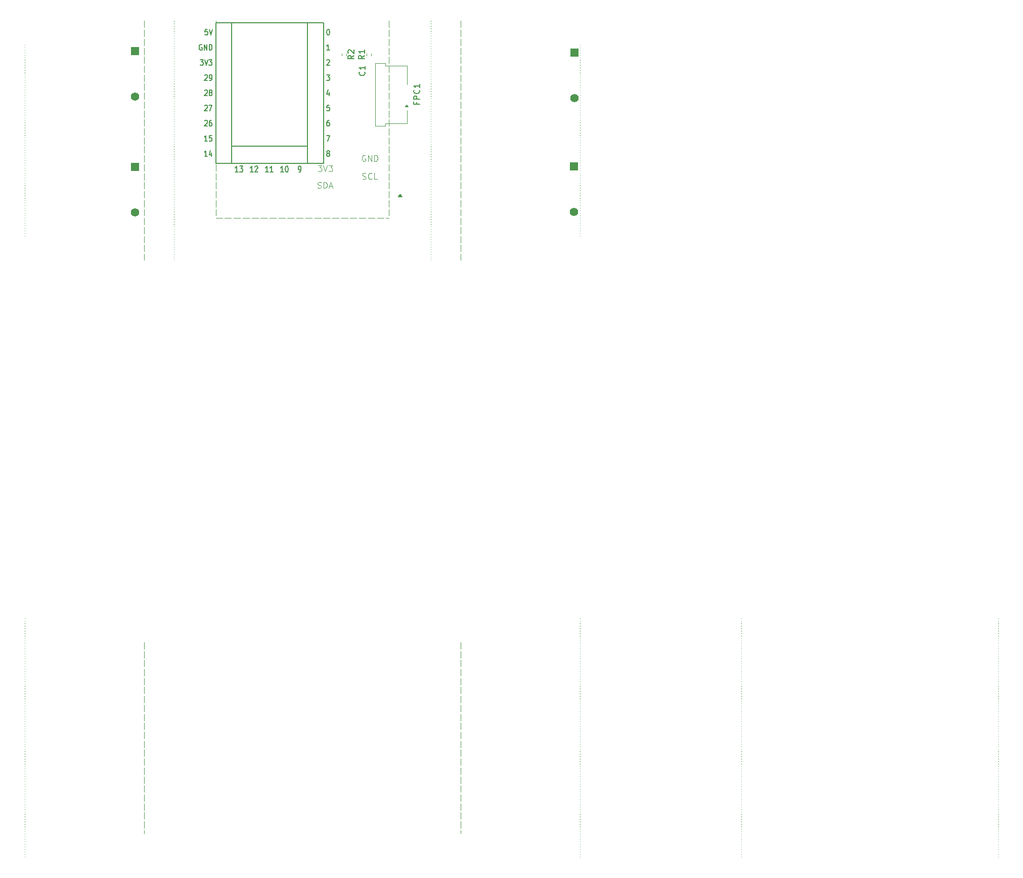
<source format=gbr>
G04 #@! TF.GenerationSoftware,KiCad,Pcbnew,9.0.6*
G04 #@! TF.CreationDate,2025-12-03T23:40:23+09:00*
G04 #@! TF.ProjectId,tps43-ek_Assemble,74707334-332d-4656-9b5f-417373656d62,rev?*
G04 #@! TF.SameCoordinates,Original*
G04 #@! TF.FileFunction,Legend,Top*
G04 #@! TF.FilePolarity,Positive*
%FSLAX46Y46*%
G04 Gerber Fmt 4.6, Leading zero omitted, Abs format (unit mm)*
G04 Created by KiCad (PCBNEW 9.0.6) date 2025-12-03 23:40:23*
%MOMM*%
%LPD*%
G01*
G04 APERTURE LIST*
%ADD10C,0.100000*%
%ADD11C,0.150000*%
%ADD12C,0.120000*%
%ADD13R,1.397000X1.397000*%
%ADD14C,1.397000*%
G04 APERTURE END LIST*
D10*
X82027693Y-42520038D02*
X81932455Y-42472419D01*
X81932455Y-42472419D02*
X81789598Y-42472419D01*
X81789598Y-42472419D02*
X81646741Y-42520038D01*
X81646741Y-42520038D02*
X81551503Y-42615276D01*
X81551503Y-42615276D02*
X81503884Y-42710514D01*
X81503884Y-42710514D02*
X81456265Y-42900990D01*
X81456265Y-42900990D02*
X81456265Y-43043847D01*
X81456265Y-43043847D02*
X81503884Y-43234323D01*
X81503884Y-43234323D02*
X81551503Y-43329561D01*
X81551503Y-43329561D02*
X81646741Y-43424800D01*
X81646741Y-43424800D02*
X81789598Y-43472419D01*
X81789598Y-43472419D02*
X81884836Y-43472419D01*
X81884836Y-43472419D02*
X82027693Y-43424800D01*
X82027693Y-43424800D02*
X82075312Y-43377180D01*
X82075312Y-43377180D02*
X82075312Y-43043847D01*
X82075312Y-43043847D02*
X81884836Y-43043847D01*
X82503884Y-43472419D02*
X82503884Y-42472419D01*
X82503884Y-42472419D02*
X83075312Y-43472419D01*
X83075312Y-43472419D02*
X83075312Y-42472419D01*
X83551503Y-43472419D02*
X83551503Y-42472419D01*
X83551503Y-42472419D02*
X83789598Y-42472419D01*
X83789598Y-42472419D02*
X83932455Y-42520038D01*
X83932455Y-42520038D02*
X84027693Y-42615276D01*
X84027693Y-42615276D02*
X84075312Y-42710514D01*
X84075312Y-42710514D02*
X84122931Y-42900990D01*
X84122931Y-42900990D02*
X84122931Y-43043847D01*
X84122931Y-43043847D02*
X84075312Y-43234323D01*
X84075312Y-43234323D02*
X84027693Y-43329561D01*
X84027693Y-43329561D02*
X83932455Y-43424800D01*
X83932455Y-43424800D02*
X83789598Y-43472419D01*
X83789598Y-43472419D02*
X83551503Y-43472419D01*
X74108646Y-44172419D02*
X74727693Y-44172419D01*
X74727693Y-44172419D02*
X74394360Y-44553371D01*
X74394360Y-44553371D02*
X74537217Y-44553371D01*
X74537217Y-44553371D02*
X74632455Y-44600990D01*
X74632455Y-44600990D02*
X74680074Y-44648609D01*
X74680074Y-44648609D02*
X74727693Y-44743847D01*
X74727693Y-44743847D02*
X74727693Y-44981942D01*
X74727693Y-44981942D02*
X74680074Y-45077180D01*
X74680074Y-45077180D02*
X74632455Y-45124800D01*
X74632455Y-45124800D02*
X74537217Y-45172419D01*
X74537217Y-45172419D02*
X74251503Y-45172419D01*
X74251503Y-45172419D02*
X74156265Y-45124800D01*
X74156265Y-45124800D02*
X74108646Y-45077180D01*
X75013408Y-44172419D02*
X75346741Y-45172419D01*
X75346741Y-45172419D02*
X75680074Y-44172419D01*
X75918170Y-44172419D02*
X76537217Y-44172419D01*
X76537217Y-44172419D02*
X76203884Y-44553371D01*
X76203884Y-44553371D02*
X76346741Y-44553371D01*
X76346741Y-44553371D02*
X76441979Y-44600990D01*
X76441979Y-44600990D02*
X76489598Y-44648609D01*
X76489598Y-44648609D02*
X76537217Y-44743847D01*
X76537217Y-44743847D02*
X76537217Y-44981942D01*
X76537217Y-44981942D02*
X76489598Y-45077180D01*
X76489598Y-45077180D02*
X76441979Y-45124800D01*
X76441979Y-45124800D02*
X76346741Y-45172419D01*
X76346741Y-45172419D02*
X76061027Y-45172419D01*
X76061027Y-45172419D02*
X75965789Y-45124800D01*
X75965789Y-45124800D02*
X75918170Y-45077180D01*
X81556265Y-46424800D02*
X81699122Y-46472419D01*
X81699122Y-46472419D02*
X81937217Y-46472419D01*
X81937217Y-46472419D02*
X82032455Y-46424800D01*
X82032455Y-46424800D02*
X82080074Y-46377180D01*
X82080074Y-46377180D02*
X82127693Y-46281942D01*
X82127693Y-46281942D02*
X82127693Y-46186704D01*
X82127693Y-46186704D02*
X82080074Y-46091466D01*
X82080074Y-46091466D02*
X82032455Y-46043847D01*
X82032455Y-46043847D02*
X81937217Y-45996228D01*
X81937217Y-45996228D02*
X81746741Y-45948609D01*
X81746741Y-45948609D02*
X81651503Y-45900990D01*
X81651503Y-45900990D02*
X81603884Y-45853371D01*
X81603884Y-45853371D02*
X81556265Y-45758133D01*
X81556265Y-45758133D02*
X81556265Y-45662895D01*
X81556265Y-45662895D02*
X81603884Y-45567657D01*
X81603884Y-45567657D02*
X81651503Y-45520038D01*
X81651503Y-45520038D02*
X81746741Y-45472419D01*
X81746741Y-45472419D02*
X81984836Y-45472419D01*
X81984836Y-45472419D02*
X82127693Y-45520038D01*
X83127693Y-46377180D02*
X83080074Y-46424800D01*
X83080074Y-46424800D02*
X82937217Y-46472419D01*
X82937217Y-46472419D02*
X82841979Y-46472419D01*
X82841979Y-46472419D02*
X82699122Y-46424800D01*
X82699122Y-46424800D02*
X82603884Y-46329561D01*
X82603884Y-46329561D02*
X82556265Y-46234323D01*
X82556265Y-46234323D02*
X82508646Y-46043847D01*
X82508646Y-46043847D02*
X82508646Y-45900990D01*
X82508646Y-45900990D02*
X82556265Y-45710514D01*
X82556265Y-45710514D02*
X82603884Y-45615276D01*
X82603884Y-45615276D02*
X82699122Y-45520038D01*
X82699122Y-45520038D02*
X82841979Y-45472419D01*
X82841979Y-45472419D02*
X82937217Y-45472419D01*
X82937217Y-45472419D02*
X83080074Y-45520038D01*
X83080074Y-45520038D02*
X83127693Y-45567657D01*
X84032455Y-46472419D02*
X83556265Y-46472419D01*
X83556265Y-46472419D02*
X83556265Y-45472419D01*
X74056265Y-47924800D02*
X74199122Y-47972419D01*
X74199122Y-47972419D02*
X74437217Y-47972419D01*
X74437217Y-47972419D02*
X74532455Y-47924800D01*
X74532455Y-47924800D02*
X74580074Y-47877180D01*
X74580074Y-47877180D02*
X74627693Y-47781942D01*
X74627693Y-47781942D02*
X74627693Y-47686704D01*
X74627693Y-47686704D02*
X74580074Y-47591466D01*
X74580074Y-47591466D02*
X74532455Y-47543847D01*
X74532455Y-47543847D02*
X74437217Y-47496228D01*
X74437217Y-47496228D02*
X74246741Y-47448609D01*
X74246741Y-47448609D02*
X74151503Y-47400990D01*
X74151503Y-47400990D02*
X74103884Y-47353371D01*
X74103884Y-47353371D02*
X74056265Y-47258133D01*
X74056265Y-47258133D02*
X74056265Y-47162895D01*
X74056265Y-47162895D02*
X74103884Y-47067657D01*
X74103884Y-47067657D02*
X74151503Y-47020038D01*
X74151503Y-47020038D02*
X74246741Y-46972419D01*
X74246741Y-46972419D02*
X74484836Y-46972419D01*
X74484836Y-46972419D02*
X74627693Y-47020038D01*
X75056265Y-47972419D02*
X75056265Y-46972419D01*
X75056265Y-46972419D02*
X75294360Y-46972419D01*
X75294360Y-46972419D02*
X75437217Y-47020038D01*
X75437217Y-47020038D02*
X75532455Y-47115276D01*
X75532455Y-47115276D02*
X75580074Y-47210514D01*
X75580074Y-47210514D02*
X75627693Y-47400990D01*
X75627693Y-47400990D02*
X75627693Y-47543847D01*
X75627693Y-47543847D02*
X75580074Y-47734323D01*
X75580074Y-47734323D02*
X75532455Y-47829561D01*
X75532455Y-47829561D02*
X75437217Y-47924800D01*
X75437217Y-47924800D02*
X75294360Y-47972419D01*
X75294360Y-47972419D02*
X75056265Y-47972419D01*
X76008646Y-47686704D02*
X76484836Y-47686704D01*
X75913408Y-47972419D02*
X76246741Y-46972419D01*
X76246741Y-46972419D02*
X76580074Y-47972419D01*
X88200000Y-49400000D02*
X87500000Y-49400000D01*
X87800000Y-49000000D01*
X87900000Y-49000000D01*
X88200000Y-49400000D01*
G36*
X88200000Y-49400000D02*
G01*
X87500000Y-49400000D01*
X87800000Y-49000000D01*
X87900000Y-49000000D01*
X88200000Y-49400000D01*
G37*
X86000000Y-20000000D02*
X86000000Y-21100000D01*
X86000000Y-21500000D02*
X86000000Y-22600000D01*
X86000000Y-23000000D02*
X86000000Y-24100000D01*
X86000000Y-24500000D02*
X86000000Y-25600000D01*
X86000000Y-26000000D02*
X86000000Y-27100000D01*
X86000000Y-27500000D02*
X86000000Y-28600000D01*
X86000000Y-29000000D02*
X86000000Y-30100000D01*
X86000000Y-30500000D02*
X86000000Y-31600000D01*
X86000000Y-32000000D02*
X86000000Y-33100000D01*
X86000000Y-33500000D02*
X86000000Y-34600000D01*
X86000000Y-35000000D02*
X86000000Y-36100000D01*
X86000000Y-36500000D02*
X86000000Y-37600000D01*
X86000000Y-38000000D02*
X86000000Y-39100000D01*
X86000000Y-39500000D02*
X86000000Y-40600000D01*
X86000000Y-41000000D02*
X86000000Y-42100000D01*
X86000000Y-42500000D02*
X86000000Y-43600000D01*
X86000000Y-44000000D02*
X86000000Y-45100000D01*
X86000000Y-45500000D02*
X86000000Y-46600000D01*
X86000000Y-47000000D02*
X86000000Y-48100000D01*
X86000000Y-48500000D02*
X86000000Y-49600000D01*
X86000000Y-50000000D02*
X86000000Y-51100000D01*
X86000000Y-51500000D02*
X86000000Y-52600000D01*
X86000000Y-53000000D02*
X86000000Y-53000000D01*
X25000000Y-120000000D02*
X25000000Y-120020000D01*
X25000000Y-120420000D02*
X25000000Y-120440000D01*
X25000000Y-120840000D02*
X25000000Y-120860000D01*
X25000000Y-121260000D02*
X25000000Y-121280000D01*
X25000000Y-121680000D02*
X25000000Y-121700000D01*
X25000000Y-122100000D02*
X25000000Y-122120000D01*
X25000000Y-122520000D02*
X25000000Y-122540000D01*
X25000000Y-122940000D02*
X25000000Y-122960000D01*
X25000000Y-123360000D02*
X25000000Y-123380000D01*
X25000000Y-123780000D02*
X25000000Y-123800000D01*
X25000000Y-124200000D02*
X25000000Y-124220000D01*
X25000000Y-124620000D02*
X25000000Y-124640000D01*
X25000000Y-125040000D02*
X25000000Y-125060000D01*
X25000000Y-125460000D02*
X25000000Y-125480000D01*
X25000000Y-125880000D02*
X25000000Y-125900000D01*
X25000000Y-126300000D02*
X25000000Y-126320000D01*
X25000000Y-126720000D02*
X25000000Y-126740000D01*
X25000000Y-127140000D02*
X25000000Y-127160000D01*
X25000000Y-127560000D02*
X25000000Y-127580000D01*
X25000000Y-127980000D02*
X25000000Y-128000000D01*
X25000000Y-128400000D02*
X25000000Y-128420000D01*
X25000000Y-128820000D02*
X25000000Y-128840000D01*
X25000000Y-129240000D02*
X25000000Y-129260000D01*
X25000000Y-129660000D02*
X25000000Y-129680000D01*
X25000000Y-130080000D02*
X25000000Y-130100000D01*
X25000000Y-130500000D02*
X25000000Y-130520000D01*
X25000000Y-130920000D02*
X25000000Y-130940000D01*
X25000000Y-131340000D02*
X25000000Y-131360000D01*
X25000000Y-131760000D02*
X25000000Y-131780000D01*
X25000000Y-132180000D02*
X25000000Y-132200000D01*
X25000000Y-132600000D02*
X25000000Y-132620000D01*
X25000000Y-133020000D02*
X25000000Y-133040000D01*
X25000000Y-133440000D02*
X25000000Y-133460000D01*
X25000000Y-133860000D02*
X25000000Y-133880000D01*
X25000000Y-134280000D02*
X25000000Y-134300000D01*
X25000000Y-134700000D02*
X25000000Y-134720000D01*
X25000000Y-135120000D02*
X25000000Y-135140000D01*
X25000000Y-135540000D02*
X25000000Y-135560000D01*
X25000000Y-135960000D02*
X25000000Y-135980000D01*
X25000000Y-136380000D02*
X25000000Y-136400000D01*
X25000000Y-136800000D02*
X25000000Y-136820000D01*
X25000000Y-137220000D02*
X25000000Y-137240000D01*
X25000000Y-137640000D02*
X25000000Y-137660000D01*
X25000000Y-138060000D02*
X25000000Y-138080000D01*
X25000000Y-138480000D02*
X25000000Y-138500000D01*
X25000000Y-138900000D02*
X25000000Y-138920000D01*
X25000000Y-139320000D02*
X25000000Y-139340000D01*
X25000000Y-139740000D02*
X25000000Y-139760000D01*
X25000000Y-140160000D02*
X25000000Y-140180000D01*
X25000000Y-140580000D02*
X25000000Y-140600000D01*
X25000000Y-141000000D02*
X25000000Y-141020000D01*
X25000000Y-141420000D02*
X25000000Y-141440000D01*
X25000000Y-141840000D02*
X25000000Y-141860000D01*
X25000000Y-142260000D02*
X25000000Y-142280000D01*
X25000000Y-142680000D02*
X25000000Y-142700000D01*
X25000000Y-143100000D02*
X25000000Y-143120000D01*
X25000000Y-143520000D02*
X25000000Y-143540000D01*
X25000000Y-143940000D02*
X25000000Y-143960000D01*
X25000000Y-144360000D02*
X25000000Y-144380000D01*
X25000000Y-144780000D02*
X25000000Y-144800000D01*
X25000000Y-145200000D02*
X25000000Y-145220000D01*
X25000000Y-145620000D02*
X25000000Y-145640000D01*
X25000000Y-146040000D02*
X25000000Y-146060000D01*
X25000000Y-146460000D02*
X25000000Y-146480000D01*
X25000000Y-146880000D02*
X25000000Y-146900000D01*
X25000000Y-147300000D02*
X25000000Y-147320000D01*
X25000000Y-147720000D02*
X25000000Y-147740000D01*
X25000000Y-148140000D02*
X25000000Y-148160000D01*
X25000000Y-148560000D02*
X25000000Y-148580000D01*
X25000000Y-148980000D02*
X25000000Y-149000000D01*
X25000000Y-149400000D02*
X25000000Y-149420000D01*
X25000000Y-149820000D02*
X25000000Y-149840000D01*
X25000000Y-150240000D02*
X25000000Y-150260000D01*
X25000000Y-150660000D02*
X25000000Y-150680000D01*
X25000000Y-151080000D02*
X25000000Y-151100000D01*
X25000000Y-151500000D02*
X25000000Y-151520000D01*
X25000000Y-151920000D02*
X25000000Y-151940000D01*
X25000000Y-152340000D02*
X25000000Y-152360000D01*
X25000000Y-152760000D02*
X25000000Y-152780000D01*
X25000000Y-153180000D02*
X25000000Y-153200000D01*
X25000000Y-153600000D02*
X25000000Y-153620000D01*
X25000000Y-154020000D02*
X25000000Y-154040000D01*
X25000000Y-154440000D02*
X25000000Y-154460000D01*
X25000000Y-154860000D02*
X25000000Y-154880000D01*
X25000000Y-155280000D02*
X25000000Y-155300000D01*
X25000000Y-155700000D02*
X25000000Y-155720000D01*
X25000000Y-156120000D02*
X25000000Y-156140000D01*
X25000000Y-156540000D02*
X25000000Y-156560000D01*
X25000000Y-156960000D02*
X25000000Y-156980000D01*
X25000000Y-157380000D02*
X25000000Y-157400000D01*
X25000000Y-157800000D02*
X25000000Y-157820000D01*
X25000000Y-158220000D02*
X25000000Y-158240000D01*
X25000000Y-158640000D02*
X25000000Y-158660000D01*
X25000000Y-159060000D02*
X25000000Y-159080000D01*
X25000000Y-159480000D02*
X25000000Y-159500000D01*
X25000000Y-159900000D02*
X25000000Y-159920000D01*
X98000000Y-124000000D02*
X98000000Y-125100000D01*
X98000000Y-125500000D02*
X98000000Y-126600000D01*
X98000000Y-127000000D02*
X98000000Y-128100000D01*
X98000000Y-128500000D02*
X98000000Y-129600000D01*
X98000000Y-130000000D02*
X98000000Y-131100000D01*
X98000000Y-131500000D02*
X98000000Y-132600000D01*
X98000000Y-133000000D02*
X98000000Y-134100000D01*
X98000000Y-134500000D02*
X98000000Y-135600000D01*
X98000000Y-136000000D02*
X98000000Y-137100000D01*
X98000000Y-137500000D02*
X98000000Y-138600000D01*
X98000000Y-139000000D02*
X98000000Y-140100000D01*
X98000000Y-140500000D02*
X98000000Y-141600000D01*
X98000000Y-142000000D02*
X98000000Y-143100000D01*
X98000000Y-143500000D02*
X98000000Y-144600000D01*
X98000000Y-145000000D02*
X98000000Y-146100000D01*
X98000000Y-146500000D02*
X98000000Y-147600000D01*
X98000000Y-148000000D02*
X98000000Y-149100000D01*
X98000000Y-149500000D02*
X98000000Y-150600000D01*
X98000000Y-151000000D02*
X98000000Y-152100000D01*
X98000000Y-152500000D02*
X98000000Y-153600000D01*
X98000000Y-154000000D02*
X98000000Y-155100000D01*
X98000000Y-155500000D02*
X98000000Y-156000000D01*
X57000000Y-20000000D02*
X57000000Y-21100000D01*
X57000000Y-21500000D02*
X57000000Y-22600000D01*
X57000000Y-23000000D02*
X57000000Y-24100000D01*
X57000000Y-24500000D02*
X57000000Y-25600000D01*
X57000000Y-26000000D02*
X57000000Y-27100000D01*
X57000000Y-27500000D02*
X57000000Y-28600000D01*
X57000000Y-29000000D02*
X57000000Y-30100000D01*
X57000000Y-30500000D02*
X57000000Y-31600000D01*
X57000000Y-32000000D02*
X57000000Y-33100000D01*
X57000000Y-33500000D02*
X57000000Y-34600000D01*
X57000000Y-35000000D02*
X57000000Y-36100000D01*
X57000000Y-36500000D02*
X57000000Y-37600000D01*
X57000000Y-38000000D02*
X57000000Y-39100000D01*
X57000000Y-39500000D02*
X57000000Y-40600000D01*
X57000000Y-41000000D02*
X57000000Y-42100000D01*
X57000000Y-42500000D02*
X57000000Y-43600000D01*
X57000000Y-44000000D02*
X57000000Y-45100000D01*
X57000000Y-45500000D02*
X57000000Y-46600000D01*
X57000000Y-47000000D02*
X57000000Y-48100000D01*
X57000000Y-48500000D02*
X57000000Y-49600000D01*
X57000000Y-50000000D02*
X57000000Y-51100000D01*
X57000000Y-51500000D02*
X57000000Y-52600000D01*
X57000000Y-53000000D02*
X57000000Y-53000000D01*
X145000000Y-120000000D02*
X145000000Y-120020000D01*
X145000000Y-120420000D02*
X145000000Y-120440000D01*
X145000000Y-120840000D02*
X145000000Y-120860000D01*
X145000000Y-121260000D02*
X145000000Y-121280000D01*
X145000000Y-121680000D02*
X145000000Y-121700000D01*
X145000000Y-122100000D02*
X145000000Y-122120000D01*
X145000000Y-122520000D02*
X145000000Y-122540000D01*
X145000000Y-122940000D02*
X145000000Y-122960000D01*
X145000000Y-123360000D02*
X145000000Y-123380000D01*
X145000000Y-123780000D02*
X145000000Y-123800000D01*
X145000000Y-124200000D02*
X145000000Y-124220000D01*
X145000000Y-124620000D02*
X145000000Y-124640000D01*
X145000000Y-125040000D02*
X145000000Y-125060000D01*
X145000000Y-125460000D02*
X145000000Y-125480000D01*
X145000000Y-125880000D02*
X145000000Y-125900000D01*
X145000000Y-126300000D02*
X145000000Y-126320000D01*
X145000000Y-126720000D02*
X145000000Y-126740000D01*
X145000000Y-127140000D02*
X145000000Y-127160000D01*
X145000000Y-127560000D02*
X145000000Y-127580000D01*
X145000000Y-127980000D02*
X145000000Y-128000000D01*
X145000000Y-128400000D02*
X145000000Y-128420000D01*
X145000000Y-128820000D02*
X145000000Y-128840000D01*
X145000000Y-129240000D02*
X145000000Y-129260000D01*
X145000000Y-129660000D02*
X145000000Y-129680000D01*
X145000000Y-130080000D02*
X145000000Y-130100000D01*
X145000000Y-130500000D02*
X145000000Y-130520000D01*
X145000000Y-130920000D02*
X145000000Y-130940000D01*
X145000000Y-131340000D02*
X145000000Y-131360000D01*
X145000000Y-131760000D02*
X145000000Y-131780000D01*
X145000000Y-132180000D02*
X145000000Y-132200000D01*
X145000000Y-132600000D02*
X145000000Y-132620000D01*
X145000000Y-133020000D02*
X145000000Y-133040000D01*
X145000000Y-133440000D02*
X145000000Y-133460000D01*
X145000000Y-133860000D02*
X145000000Y-133880000D01*
X145000000Y-134280000D02*
X145000000Y-134300000D01*
X145000000Y-134700000D02*
X145000000Y-134720000D01*
X145000000Y-135120000D02*
X145000000Y-135140000D01*
X145000000Y-135540000D02*
X145000000Y-135560000D01*
X145000000Y-135960000D02*
X145000000Y-135980000D01*
X145000000Y-136380000D02*
X145000000Y-136400000D01*
X145000000Y-136800000D02*
X145000000Y-136820000D01*
X145000000Y-137220000D02*
X145000000Y-137240000D01*
X145000000Y-137640000D02*
X145000000Y-137660000D01*
X145000000Y-138060000D02*
X145000000Y-138080000D01*
X145000000Y-138480000D02*
X145000000Y-138500000D01*
X145000000Y-138900000D02*
X145000000Y-138920000D01*
X145000000Y-139320000D02*
X145000000Y-139340000D01*
X145000000Y-139740000D02*
X145000000Y-139760000D01*
X145000000Y-140160000D02*
X145000000Y-140180000D01*
X145000000Y-140580000D02*
X145000000Y-140600000D01*
X145000000Y-141000000D02*
X145000000Y-141020000D01*
X145000000Y-141420000D02*
X145000000Y-141440000D01*
X145000000Y-141840000D02*
X145000000Y-141860000D01*
X145000000Y-142260000D02*
X145000000Y-142280000D01*
X145000000Y-142680000D02*
X145000000Y-142700000D01*
X145000000Y-143100000D02*
X145000000Y-143120000D01*
X145000000Y-143520000D02*
X145000000Y-143540000D01*
X145000000Y-143940000D02*
X145000000Y-143960000D01*
X145000000Y-144360000D02*
X145000000Y-144380000D01*
X145000000Y-144780000D02*
X145000000Y-144800000D01*
X145000000Y-145200000D02*
X145000000Y-145220000D01*
X145000000Y-145620000D02*
X145000000Y-145640000D01*
X145000000Y-146040000D02*
X145000000Y-146060000D01*
X145000000Y-146460000D02*
X145000000Y-146480000D01*
X145000000Y-146880000D02*
X145000000Y-146900000D01*
X145000000Y-147300000D02*
X145000000Y-147320000D01*
X145000000Y-147720000D02*
X145000000Y-147740000D01*
X145000000Y-148140000D02*
X145000000Y-148160000D01*
X145000000Y-148560000D02*
X145000000Y-148580000D01*
X145000000Y-148980000D02*
X145000000Y-149000000D01*
X145000000Y-149400000D02*
X145000000Y-149420000D01*
X145000000Y-149820000D02*
X145000000Y-149840000D01*
X145000000Y-150240000D02*
X145000000Y-150260000D01*
X145000000Y-150660000D02*
X145000000Y-150680000D01*
X145000000Y-151080000D02*
X145000000Y-151100000D01*
X145000000Y-151500000D02*
X145000000Y-151520000D01*
X145000000Y-151920000D02*
X145000000Y-151940000D01*
X145000000Y-152340000D02*
X145000000Y-152360000D01*
X145000000Y-152760000D02*
X145000000Y-152780000D01*
X145000000Y-153180000D02*
X145000000Y-153200000D01*
X145000000Y-153600000D02*
X145000000Y-153620000D01*
X145000000Y-154020000D02*
X145000000Y-154040000D01*
X145000000Y-154440000D02*
X145000000Y-154460000D01*
X145000000Y-154860000D02*
X145000000Y-154880000D01*
X145000000Y-155280000D02*
X145000000Y-155300000D01*
X145000000Y-155700000D02*
X145000000Y-155720000D01*
X145000000Y-156120000D02*
X145000000Y-156140000D01*
X145000000Y-156540000D02*
X145000000Y-156560000D01*
X145000000Y-156960000D02*
X145000000Y-156980000D01*
X145000000Y-157380000D02*
X145000000Y-157400000D01*
X145000000Y-157800000D02*
X145000000Y-157820000D01*
X145000000Y-158220000D02*
X145000000Y-158240000D01*
X145000000Y-158640000D02*
X145000000Y-158660000D01*
X145000000Y-159060000D02*
X145000000Y-159080000D01*
X145000000Y-159480000D02*
X145000000Y-159500000D01*
X145000000Y-159900000D02*
X145000000Y-159920000D01*
X188000000Y-120000000D02*
X188000000Y-120020000D01*
X188000000Y-120420000D02*
X188000000Y-120440000D01*
X188000000Y-120840000D02*
X188000000Y-120860000D01*
X188000000Y-121260000D02*
X188000000Y-121280000D01*
X188000000Y-121680000D02*
X188000000Y-121700000D01*
X188000000Y-122100000D02*
X188000000Y-122120000D01*
X188000000Y-122520000D02*
X188000000Y-122540000D01*
X188000000Y-122940000D02*
X188000000Y-122960000D01*
X188000000Y-123360000D02*
X188000000Y-123380000D01*
X188000000Y-123780000D02*
X188000000Y-123800000D01*
X188000000Y-124200000D02*
X188000000Y-124220000D01*
X188000000Y-124620000D02*
X188000000Y-124640000D01*
X188000000Y-125040000D02*
X188000000Y-125060000D01*
X188000000Y-125460000D02*
X188000000Y-125480000D01*
X188000000Y-125880000D02*
X188000000Y-125900000D01*
X188000000Y-126300000D02*
X188000000Y-126320000D01*
X188000000Y-126720000D02*
X188000000Y-126740000D01*
X188000000Y-127140000D02*
X188000000Y-127160000D01*
X188000000Y-127560000D02*
X188000000Y-127580000D01*
X188000000Y-127980000D02*
X188000000Y-128000000D01*
X188000000Y-128400000D02*
X188000000Y-128420000D01*
X188000000Y-128820000D02*
X188000000Y-128840000D01*
X188000000Y-129240000D02*
X188000000Y-129260000D01*
X188000000Y-129660000D02*
X188000000Y-129680000D01*
X188000000Y-130080000D02*
X188000000Y-130100000D01*
X188000000Y-130500000D02*
X188000000Y-130520000D01*
X188000000Y-130920000D02*
X188000000Y-130940000D01*
X188000000Y-131340000D02*
X188000000Y-131360000D01*
X188000000Y-131760000D02*
X188000000Y-131780000D01*
X188000000Y-132180000D02*
X188000000Y-132200000D01*
X188000000Y-132600000D02*
X188000000Y-132620000D01*
X188000000Y-133020000D02*
X188000000Y-133040000D01*
X188000000Y-133440000D02*
X188000000Y-133460000D01*
X188000000Y-133860000D02*
X188000000Y-133880000D01*
X188000000Y-134280000D02*
X188000000Y-134300000D01*
X188000000Y-134700000D02*
X188000000Y-134720000D01*
X188000000Y-135120000D02*
X188000000Y-135140000D01*
X188000000Y-135540000D02*
X188000000Y-135560000D01*
X188000000Y-135960000D02*
X188000000Y-135980000D01*
X188000000Y-136380000D02*
X188000000Y-136400000D01*
X188000000Y-136800000D02*
X188000000Y-136820000D01*
X188000000Y-137220000D02*
X188000000Y-137240000D01*
X188000000Y-137640000D02*
X188000000Y-137660000D01*
X188000000Y-138060000D02*
X188000000Y-138080000D01*
X188000000Y-138480000D02*
X188000000Y-138500000D01*
X188000000Y-138900000D02*
X188000000Y-138920000D01*
X188000000Y-139320000D02*
X188000000Y-139340000D01*
X188000000Y-139740000D02*
X188000000Y-139760000D01*
X188000000Y-140160000D02*
X188000000Y-140180000D01*
X188000000Y-140580000D02*
X188000000Y-140600000D01*
X188000000Y-141000000D02*
X188000000Y-141020000D01*
X188000000Y-141420000D02*
X188000000Y-141440000D01*
X188000000Y-141840000D02*
X188000000Y-141860000D01*
X188000000Y-142260000D02*
X188000000Y-142280000D01*
X188000000Y-142680000D02*
X188000000Y-142700000D01*
X188000000Y-143100000D02*
X188000000Y-143120000D01*
X188000000Y-143520000D02*
X188000000Y-143540000D01*
X188000000Y-143940000D02*
X188000000Y-143960000D01*
X188000000Y-144360000D02*
X188000000Y-144380000D01*
X188000000Y-144780000D02*
X188000000Y-144800000D01*
X188000000Y-145200000D02*
X188000000Y-145220000D01*
X188000000Y-145620000D02*
X188000000Y-145640000D01*
X188000000Y-146040000D02*
X188000000Y-146060000D01*
X188000000Y-146460000D02*
X188000000Y-146480000D01*
X188000000Y-146880000D02*
X188000000Y-146900000D01*
X188000000Y-147300000D02*
X188000000Y-147320000D01*
X188000000Y-147720000D02*
X188000000Y-147740000D01*
X188000000Y-148140000D02*
X188000000Y-148160000D01*
X188000000Y-148560000D02*
X188000000Y-148580000D01*
X188000000Y-148980000D02*
X188000000Y-149000000D01*
X188000000Y-149400000D02*
X188000000Y-149420000D01*
X188000000Y-149820000D02*
X188000000Y-149840000D01*
X188000000Y-150240000D02*
X188000000Y-150260000D01*
X188000000Y-150660000D02*
X188000000Y-150680000D01*
X188000000Y-151080000D02*
X188000000Y-151100000D01*
X188000000Y-151500000D02*
X188000000Y-151520000D01*
X188000000Y-151920000D02*
X188000000Y-151940000D01*
X188000000Y-152340000D02*
X188000000Y-152360000D01*
X188000000Y-152760000D02*
X188000000Y-152780000D01*
X188000000Y-153180000D02*
X188000000Y-153200000D01*
X188000000Y-153600000D02*
X188000000Y-153620000D01*
X188000000Y-154020000D02*
X188000000Y-154040000D01*
X188000000Y-154440000D02*
X188000000Y-154460000D01*
X188000000Y-154860000D02*
X188000000Y-154880000D01*
X188000000Y-155280000D02*
X188000000Y-155300000D01*
X188000000Y-155700000D02*
X188000000Y-155720000D01*
X188000000Y-156120000D02*
X188000000Y-156140000D01*
X188000000Y-156540000D02*
X188000000Y-156560000D01*
X188000000Y-156960000D02*
X188000000Y-156980000D01*
X188000000Y-157380000D02*
X188000000Y-157400000D01*
X188000000Y-157800000D02*
X188000000Y-157820000D01*
X188000000Y-158220000D02*
X188000000Y-158240000D01*
X188000000Y-158640000D02*
X188000000Y-158660000D01*
X188000000Y-159060000D02*
X188000000Y-159080000D01*
X188000000Y-159480000D02*
X188000000Y-159500000D01*
X188000000Y-159900000D02*
X188000000Y-159920000D01*
X57000000Y-53000000D02*
X58100000Y-53000000D01*
X58500000Y-53000000D02*
X59600000Y-53000000D01*
X60000000Y-53000000D02*
X61100000Y-53000000D01*
X61500000Y-53000000D02*
X62600000Y-53000000D01*
X63000000Y-53000000D02*
X64100000Y-53000000D01*
X64500000Y-53000000D02*
X65600000Y-53000000D01*
X66000000Y-53000000D02*
X67100000Y-53000000D01*
X67500000Y-53000000D02*
X68600000Y-53000000D01*
X69000000Y-53000000D02*
X70100000Y-53000000D01*
X70500000Y-53000000D02*
X71600000Y-53000000D01*
X72000000Y-53000000D02*
X73100000Y-53000000D01*
X73500000Y-53000000D02*
X74600000Y-53000000D01*
X75000000Y-53000000D02*
X76100000Y-53000000D01*
X76500000Y-53000000D02*
X77600000Y-53000000D01*
X78000000Y-53000000D02*
X79100000Y-53000000D01*
X79500000Y-53000000D02*
X80600000Y-53000000D01*
X81000000Y-53000000D02*
X82100000Y-53000000D01*
X82500000Y-53000000D02*
X83600000Y-53000000D01*
X84000000Y-53000000D02*
X85100000Y-53000000D01*
X85500000Y-53000000D02*
X86000000Y-53000000D01*
X118000000Y-24000000D02*
X118000000Y-24020000D01*
X118000000Y-24420000D02*
X118000000Y-24440000D01*
X118000000Y-24840000D02*
X118000000Y-24860000D01*
X118000000Y-25260000D02*
X118000000Y-25280000D01*
X118000000Y-25680000D02*
X118000000Y-25700000D01*
X118000000Y-26100000D02*
X118000000Y-26120000D01*
X118000000Y-26520000D02*
X118000000Y-26540000D01*
X118000000Y-26940000D02*
X118000000Y-26960000D01*
X118000000Y-27360000D02*
X118000000Y-27380000D01*
X118000000Y-27780000D02*
X118000000Y-27800000D01*
X118000000Y-28200000D02*
X118000000Y-28220000D01*
X118000000Y-28620000D02*
X118000000Y-28640000D01*
X118000000Y-29040000D02*
X118000000Y-29060000D01*
X118000000Y-29460000D02*
X118000000Y-29480000D01*
X118000000Y-29880000D02*
X118000000Y-29900000D01*
X118000000Y-30300000D02*
X118000000Y-30320000D01*
X118000000Y-30720000D02*
X118000000Y-30740000D01*
X118000000Y-31140000D02*
X118000000Y-31160000D01*
X118000000Y-31560000D02*
X118000000Y-31580000D01*
X118000000Y-31980000D02*
X118000000Y-32000000D01*
X118000000Y-32400000D02*
X118000000Y-32420000D01*
X118000000Y-32820000D02*
X118000000Y-32840000D01*
X118000000Y-33240000D02*
X118000000Y-33260000D01*
X118000000Y-33660000D02*
X118000000Y-33680000D01*
X118000000Y-34080000D02*
X118000000Y-34100000D01*
X118000000Y-34500000D02*
X118000000Y-34520000D01*
X118000000Y-34920000D02*
X118000000Y-34940000D01*
X118000000Y-35340000D02*
X118000000Y-35360000D01*
X118000000Y-35760000D02*
X118000000Y-35780000D01*
X118000000Y-36180000D02*
X118000000Y-36200000D01*
X118000000Y-36600000D02*
X118000000Y-36620000D01*
X118000000Y-37020000D02*
X118000000Y-37040000D01*
X118000000Y-37440000D02*
X118000000Y-37460000D01*
X118000000Y-37860000D02*
X118000000Y-37880000D01*
X118000000Y-38280000D02*
X118000000Y-38300000D01*
X118000000Y-38700000D02*
X118000000Y-38720000D01*
X118000000Y-39120000D02*
X118000000Y-39140000D01*
X118000000Y-39540000D02*
X118000000Y-39560000D01*
X118000000Y-39960000D02*
X118000000Y-39980000D01*
X118000000Y-40380000D02*
X118000000Y-40400000D01*
X118000000Y-40800000D02*
X118000000Y-40820000D01*
X118000000Y-41220000D02*
X118000000Y-41240000D01*
X118000000Y-41640000D02*
X118000000Y-41660000D01*
X118000000Y-42060000D02*
X118000000Y-42080000D01*
X118000000Y-42480000D02*
X118000000Y-42500000D01*
X118000000Y-42900000D02*
X118000000Y-42920000D01*
X118000000Y-43320000D02*
X118000000Y-43340000D01*
X118000000Y-43740000D02*
X118000000Y-43760000D01*
X118000000Y-44160000D02*
X118000000Y-44180000D01*
X118000000Y-44580000D02*
X118000000Y-44600000D01*
X118000000Y-45000000D02*
X118000000Y-45020000D01*
X118000000Y-45420000D02*
X118000000Y-45440000D01*
X118000000Y-45840000D02*
X118000000Y-45860000D01*
X118000000Y-46260000D02*
X118000000Y-46280000D01*
X118000000Y-46680000D02*
X118000000Y-46700000D01*
X118000000Y-47100000D02*
X118000000Y-47120000D01*
X118000000Y-47520000D02*
X118000000Y-47540000D01*
X118000000Y-47940000D02*
X118000000Y-47960000D01*
X118000000Y-48360000D02*
X118000000Y-48380000D01*
X118000000Y-48780000D02*
X118000000Y-48800000D01*
X118000000Y-49200000D02*
X118000000Y-49220000D01*
X118000000Y-49620000D02*
X118000000Y-49640000D01*
X118000000Y-50040000D02*
X118000000Y-50060000D01*
X118000000Y-50460000D02*
X118000000Y-50480000D01*
X118000000Y-50880000D02*
X118000000Y-50900000D01*
X118000000Y-51300000D02*
X118000000Y-51320000D01*
X118000000Y-51720000D02*
X118000000Y-51740000D01*
X118000000Y-52140000D02*
X118000000Y-52160000D01*
X118000000Y-52560000D02*
X118000000Y-52580000D01*
X118000000Y-52980000D02*
X118000000Y-53000000D01*
X118000000Y-53400000D02*
X118000000Y-53420000D01*
X118000000Y-53820000D02*
X118000000Y-53840000D01*
X118000000Y-54240000D02*
X118000000Y-54260000D01*
X118000000Y-54660000D02*
X118000000Y-54680000D01*
X118000000Y-55080000D02*
X118000000Y-55100000D01*
X118000000Y-55500000D02*
X118000000Y-55520000D01*
X118000000Y-55920000D02*
X118000000Y-55940000D01*
X45000000Y-20000000D02*
X45000000Y-21100000D01*
X45000000Y-21500000D02*
X45000000Y-22600000D01*
X45000000Y-23000000D02*
X45000000Y-24100000D01*
X45000000Y-24500000D02*
X45000000Y-25600000D01*
X45000000Y-26000000D02*
X45000000Y-27100000D01*
X45000000Y-27500000D02*
X45000000Y-28600000D01*
X45000000Y-29000000D02*
X45000000Y-30100000D01*
X45000000Y-30500000D02*
X45000000Y-31600000D01*
X45000000Y-32000000D02*
X45000000Y-33100000D01*
X45000000Y-33500000D02*
X45000000Y-34600000D01*
X45000000Y-35000000D02*
X45000000Y-36100000D01*
X45000000Y-36500000D02*
X45000000Y-37600000D01*
X45000000Y-38000000D02*
X45000000Y-39100000D01*
X45000000Y-39500000D02*
X45000000Y-40600000D01*
X45000000Y-41000000D02*
X45000000Y-42100000D01*
X45000000Y-42500000D02*
X45000000Y-43600000D01*
X45000000Y-44000000D02*
X45000000Y-45100000D01*
X45000000Y-45500000D02*
X45000000Y-46600000D01*
X45000000Y-47000000D02*
X45000000Y-48100000D01*
X45000000Y-48500000D02*
X45000000Y-49600000D01*
X45000000Y-50000000D02*
X45000000Y-51100000D01*
X45000000Y-51500000D02*
X45000000Y-52600000D01*
X45000000Y-53000000D02*
X45000000Y-54100000D01*
X45000000Y-54500000D02*
X45000000Y-55600000D01*
X45000000Y-56000000D02*
X45000000Y-57100000D01*
X45000000Y-57500000D02*
X45000000Y-58600000D01*
X45000000Y-59000000D02*
X45000000Y-60000000D01*
X25000000Y-24000000D02*
X25000000Y-24020000D01*
X25000000Y-24420000D02*
X25000000Y-24440000D01*
X25000000Y-24840000D02*
X25000000Y-24860000D01*
X25000000Y-25260000D02*
X25000000Y-25280000D01*
X25000000Y-25680000D02*
X25000000Y-25700000D01*
X25000000Y-26100000D02*
X25000000Y-26120000D01*
X25000000Y-26520000D02*
X25000000Y-26540000D01*
X25000000Y-26940000D02*
X25000000Y-26960000D01*
X25000000Y-27360000D02*
X25000000Y-27380000D01*
X25000000Y-27780000D02*
X25000000Y-27800000D01*
X25000000Y-28200000D02*
X25000000Y-28220000D01*
X25000000Y-28620000D02*
X25000000Y-28640000D01*
X25000000Y-29040000D02*
X25000000Y-29060000D01*
X25000000Y-29460000D02*
X25000000Y-29480000D01*
X25000000Y-29880000D02*
X25000000Y-29900000D01*
X25000000Y-30300000D02*
X25000000Y-30320000D01*
X25000000Y-30720000D02*
X25000000Y-30740000D01*
X25000000Y-31140000D02*
X25000000Y-31160000D01*
X25000000Y-31560000D02*
X25000000Y-31580000D01*
X25000000Y-31980000D02*
X25000000Y-32000000D01*
X25000000Y-32400000D02*
X25000000Y-32420000D01*
X25000000Y-32820000D02*
X25000000Y-32840000D01*
X25000000Y-33240000D02*
X25000000Y-33260000D01*
X25000000Y-33660000D02*
X25000000Y-33680000D01*
X25000000Y-34080000D02*
X25000000Y-34100000D01*
X25000000Y-34500000D02*
X25000000Y-34520000D01*
X25000000Y-34920000D02*
X25000000Y-34940000D01*
X25000000Y-35340000D02*
X25000000Y-35360000D01*
X25000000Y-35760000D02*
X25000000Y-35780000D01*
X25000000Y-36180000D02*
X25000000Y-36200000D01*
X25000000Y-36600000D02*
X25000000Y-36620000D01*
X25000000Y-37020000D02*
X25000000Y-37040000D01*
X25000000Y-37440000D02*
X25000000Y-37460000D01*
X25000000Y-37860000D02*
X25000000Y-37880000D01*
X25000000Y-38280000D02*
X25000000Y-38300000D01*
X25000000Y-38700000D02*
X25000000Y-38720000D01*
X25000000Y-39120000D02*
X25000000Y-39140000D01*
X25000000Y-39540000D02*
X25000000Y-39560000D01*
X25000000Y-39960000D02*
X25000000Y-39980000D01*
X25000000Y-40380000D02*
X25000000Y-40400000D01*
X25000000Y-40800000D02*
X25000000Y-40820000D01*
X25000000Y-41220000D02*
X25000000Y-41240000D01*
X25000000Y-41640000D02*
X25000000Y-41660000D01*
X25000000Y-42060000D02*
X25000000Y-42080000D01*
X25000000Y-42480000D02*
X25000000Y-42500000D01*
X25000000Y-42900000D02*
X25000000Y-42920000D01*
X25000000Y-43320000D02*
X25000000Y-43340000D01*
X25000000Y-43740000D02*
X25000000Y-43760000D01*
X25000000Y-44160000D02*
X25000000Y-44180000D01*
X25000000Y-44580000D02*
X25000000Y-44600000D01*
X25000000Y-45000000D02*
X25000000Y-45020000D01*
X25000000Y-45420000D02*
X25000000Y-45440000D01*
X25000000Y-45840000D02*
X25000000Y-45860000D01*
X25000000Y-46260000D02*
X25000000Y-46280000D01*
X25000000Y-46680000D02*
X25000000Y-46700000D01*
X25000000Y-47100000D02*
X25000000Y-47120000D01*
X25000000Y-47520000D02*
X25000000Y-47540000D01*
X25000000Y-47940000D02*
X25000000Y-47960000D01*
X25000000Y-48360000D02*
X25000000Y-48380000D01*
X25000000Y-48780000D02*
X25000000Y-48800000D01*
X25000000Y-49200000D02*
X25000000Y-49220000D01*
X25000000Y-49620000D02*
X25000000Y-49640000D01*
X25000000Y-50040000D02*
X25000000Y-50060000D01*
X25000000Y-50460000D02*
X25000000Y-50480000D01*
X25000000Y-50880000D02*
X25000000Y-50900000D01*
X25000000Y-51300000D02*
X25000000Y-51320000D01*
X25000000Y-51720000D02*
X25000000Y-51740000D01*
X25000000Y-52140000D02*
X25000000Y-52160000D01*
X25000000Y-52560000D02*
X25000000Y-52580000D01*
X25000000Y-52980000D02*
X25000000Y-53000000D01*
X25000000Y-53400000D02*
X25000000Y-53420000D01*
X25000000Y-53820000D02*
X25000000Y-53840000D01*
X25000000Y-54240000D02*
X25000000Y-54260000D01*
X25000000Y-54660000D02*
X25000000Y-54680000D01*
X25000000Y-55080000D02*
X25000000Y-55100000D01*
X25000000Y-55500000D02*
X25000000Y-55520000D01*
X25000000Y-55920000D02*
X25000000Y-55940000D01*
X50000000Y-20000000D02*
X50000000Y-20020000D01*
X50000000Y-20420000D02*
X50000000Y-20440000D01*
X50000000Y-20840000D02*
X50000000Y-20860000D01*
X50000000Y-21260000D02*
X50000000Y-21280000D01*
X50000000Y-21680000D02*
X50000000Y-21700000D01*
X50000000Y-22100000D02*
X50000000Y-22120000D01*
X50000000Y-22520000D02*
X50000000Y-22540000D01*
X50000000Y-22940000D02*
X50000000Y-22960000D01*
X50000000Y-23360000D02*
X50000000Y-23380000D01*
X50000000Y-23780000D02*
X50000000Y-23800000D01*
X50000000Y-24200000D02*
X50000000Y-24220000D01*
X50000000Y-24620000D02*
X50000000Y-24640000D01*
X50000000Y-25040000D02*
X50000000Y-25060000D01*
X50000000Y-25460000D02*
X50000000Y-25480000D01*
X50000000Y-25880000D02*
X50000000Y-25900000D01*
X50000000Y-26300000D02*
X50000000Y-26320000D01*
X50000000Y-26720000D02*
X50000000Y-26740000D01*
X50000000Y-27140000D02*
X50000000Y-27160000D01*
X50000000Y-27560000D02*
X50000000Y-27580000D01*
X50000000Y-27980000D02*
X50000000Y-28000000D01*
X50000000Y-28400000D02*
X50000000Y-28420000D01*
X50000000Y-28820000D02*
X50000000Y-28840000D01*
X50000000Y-29240000D02*
X50000000Y-29260000D01*
X50000000Y-29660000D02*
X50000000Y-29680000D01*
X50000000Y-30080000D02*
X50000000Y-30100000D01*
X50000000Y-30500000D02*
X50000000Y-30520000D01*
X50000000Y-30920000D02*
X50000000Y-30940000D01*
X50000000Y-31340000D02*
X50000000Y-31360000D01*
X50000000Y-31760000D02*
X50000000Y-31780000D01*
X50000000Y-32180000D02*
X50000000Y-32200000D01*
X50000000Y-32600000D02*
X50000000Y-32620000D01*
X50000000Y-33020000D02*
X50000000Y-33040000D01*
X50000000Y-33440000D02*
X50000000Y-33460000D01*
X50000000Y-33860000D02*
X50000000Y-33880000D01*
X50000000Y-34280000D02*
X50000000Y-34300000D01*
X50000000Y-34700000D02*
X50000000Y-34720000D01*
X50000000Y-35120000D02*
X50000000Y-35140000D01*
X50000000Y-35540000D02*
X50000000Y-35560000D01*
X50000000Y-35960000D02*
X50000000Y-35980000D01*
X50000000Y-36380000D02*
X50000000Y-36400000D01*
X50000000Y-36800000D02*
X50000000Y-36820000D01*
X50000000Y-37220000D02*
X50000000Y-37240000D01*
X50000000Y-37640000D02*
X50000000Y-37660000D01*
X50000000Y-38060000D02*
X50000000Y-38080000D01*
X50000000Y-38480000D02*
X50000000Y-38500000D01*
X50000000Y-38900000D02*
X50000000Y-38920000D01*
X50000000Y-39320000D02*
X50000000Y-39340000D01*
X50000000Y-39740000D02*
X50000000Y-39760000D01*
X50000000Y-40160000D02*
X50000000Y-40180000D01*
X50000000Y-40580000D02*
X50000000Y-40600000D01*
X50000000Y-41000000D02*
X50000000Y-41020000D01*
X50000000Y-41420000D02*
X50000000Y-41440000D01*
X50000000Y-41840000D02*
X50000000Y-41860000D01*
X50000000Y-42260000D02*
X50000000Y-42280000D01*
X50000000Y-42680000D02*
X50000000Y-42700000D01*
X50000000Y-43100000D02*
X50000000Y-43120000D01*
X50000000Y-43520000D02*
X50000000Y-43540000D01*
X50000000Y-43940000D02*
X50000000Y-43960000D01*
X50000000Y-44360000D02*
X50000000Y-44380000D01*
X50000000Y-44780000D02*
X50000000Y-44800000D01*
X50000000Y-45200000D02*
X50000000Y-45220000D01*
X50000000Y-45620000D02*
X50000000Y-45640000D01*
X50000000Y-46040000D02*
X50000000Y-46060000D01*
X50000000Y-46460000D02*
X50000000Y-46480000D01*
X50000000Y-46880000D02*
X50000000Y-46900000D01*
X50000000Y-47300000D02*
X50000000Y-47320000D01*
X50000000Y-47720000D02*
X50000000Y-47740000D01*
X50000000Y-48140000D02*
X50000000Y-48160000D01*
X50000000Y-48560000D02*
X50000000Y-48580000D01*
X50000000Y-48980000D02*
X50000000Y-49000000D01*
X50000000Y-49400000D02*
X50000000Y-49420000D01*
X50000000Y-49820000D02*
X50000000Y-49840000D01*
X50000000Y-50240000D02*
X50000000Y-50260000D01*
X50000000Y-50660000D02*
X50000000Y-50680000D01*
X50000000Y-51080000D02*
X50000000Y-51100000D01*
X50000000Y-51500000D02*
X50000000Y-51520000D01*
X50000000Y-51920000D02*
X50000000Y-51940000D01*
X50000000Y-52340000D02*
X50000000Y-52360000D01*
X50000000Y-52760000D02*
X50000000Y-52780000D01*
X50000000Y-53180000D02*
X50000000Y-53200000D01*
X50000000Y-53600000D02*
X50000000Y-53620000D01*
X50000000Y-54020000D02*
X50000000Y-54040000D01*
X50000000Y-54440000D02*
X50000000Y-54460000D01*
X50000000Y-54860000D02*
X50000000Y-54880000D01*
X50000000Y-55280000D02*
X50000000Y-55300000D01*
X50000000Y-55700000D02*
X50000000Y-55720000D01*
X50000000Y-56120000D02*
X50000000Y-56140000D01*
X50000000Y-56540000D02*
X50000000Y-56560000D01*
X50000000Y-56960000D02*
X50000000Y-56980000D01*
X50000000Y-57380000D02*
X50000000Y-57400000D01*
X50000000Y-57800000D02*
X50000000Y-57820000D01*
X50000000Y-58220000D02*
X50000000Y-58240000D01*
X50000000Y-58640000D02*
X50000000Y-58660000D01*
X50000000Y-59060000D02*
X50000000Y-59080000D01*
X50000000Y-59480000D02*
X50000000Y-59500000D01*
X50000000Y-59900000D02*
X50000000Y-59920000D01*
X118000000Y-120000000D02*
X118000000Y-120020000D01*
X118000000Y-120420000D02*
X118000000Y-120440000D01*
X118000000Y-120840000D02*
X118000000Y-120860000D01*
X118000000Y-121260000D02*
X118000000Y-121280000D01*
X118000000Y-121680000D02*
X118000000Y-121700000D01*
X118000000Y-122100000D02*
X118000000Y-122120000D01*
X118000000Y-122520000D02*
X118000000Y-122540000D01*
X118000000Y-122940000D02*
X118000000Y-122960000D01*
X118000000Y-123360000D02*
X118000000Y-123380000D01*
X118000000Y-123780000D02*
X118000000Y-123800000D01*
X118000000Y-124200000D02*
X118000000Y-124220000D01*
X118000000Y-124620000D02*
X118000000Y-124640000D01*
X118000000Y-125040000D02*
X118000000Y-125060000D01*
X118000000Y-125460000D02*
X118000000Y-125480000D01*
X118000000Y-125880000D02*
X118000000Y-125900000D01*
X118000000Y-126300000D02*
X118000000Y-126320000D01*
X118000000Y-126720000D02*
X118000000Y-126740000D01*
X118000000Y-127140000D02*
X118000000Y-127160000D01*
X118000000Y-127560000D02*
X118000000Y-127580000D01*
X118000000Y-127980000D02*
X118000000Y-128000000D01*
X118000000Y-128400000D02*
X118000000Y-128420000D01*
X118000000Y-128820000D02*
X118000000Y-128840000D01*
X118000000Y-129240000D02*
X118000000Y-129260000D01*
X118000000Y-129660000D02*
X118000000Y-129680000D01*
X118000000Y-130080000D02*
X118000000Y-130100000D01*
X118000000Y-130500000D02*
X118000000Y-130520000D01*
X118000000Y-130920000D02*
X118000000Y-130940000D01*
X118000000Y-131340000D02*
X118000000Y-131360000D01*
X118000000Y-131760000D02*
X118000000Y-131780000D01*
X118000000Y-132180000D02*
X118000000Y-132200000D01*
X118000000Y-132600000D02*
X118000000Y-132620000D01*
X118000000Y-133020000D02*
X118000000Y-133040000D01*
X118000000Y-133440000D02*
X118000000Y-133460000D01*
X118000000Y-133860000D02*
X118000000Y-133880000D01*
X118000000Y-134280000D02*
X118000000Y-134300000D01*
X118000000Y-134700000D02*
X118000000Y-134720000D01*
X118000000Y-135120000D02*
X118000000Y-135140000D01*
X118000000Y-135540000D02*
X118000000Y-135560000D01*
X118000000Y-135960000D02*
X118000000Y-135980000D01*
X118000000Y-136380000D02*
X118000000Y-136400000D01*
X118000000Y-136800000D02*
X118000000Y-136820000D01*
X118000000Y-137220000D02*
X118000000Y-137240000D01*
X118000000Y-137640000D02*
X118000000Y-137660000D01*
X118000000Y-138060000D02*
X118000000Y-138080000D01*
X118000000Y-138480000D02*
X118000000Y-138500000D01*
X118000000Y-138900000D02*
X118000000Y-138920000D01*
X118000000Y-139320000D02*
X118000000Y-139340000D01*
X118000000Y-139740000D02*
X118000000Y-139760000D01*
X118000000Y-140160000D02*
X118000000Y-140180000D01*
X118000000Y-140580000D02*
X118000000Y-140600000D01*
X118000000Y-141000000D02*
X118000000Y-141020000D01*
X118000000Y-141420000D02*
X118000000Y-141440000D01*
X118000000Y-141840000D02*
X118000000Y-141860000D01*
X118000000Y-142260000D02*
X118000000Y-142280000D01*
X118000000Y-142680000D02*
X118000000Y-142700000D01*
X118000000Y-143100000D02*
X118000000Y-143120000D01*
X118000000Y-143520000D02*
X118000000Y-143540000D01*
X118000000Y-143940000D02*
X118000000Y-143960000D01*
X118000000Y-144360000D02*
X118000000Y-144380000D01*
X118000000Y-144780000D02*
X118000000Y-144800000D01*
X118000000Y-145200000D02*
X118000000Y-145220000D01*
X118000000Y-145620000D02*
X118000000Y-145640000D01*
X118000000Y-146040000D02*
X118000000Y-146060000D01*
X118000000Y-146460000D02*
X118000000Y-146480000D01*
X118000000Y-146880000D02*
X118000000Y-146900000D01*
X118000000Y-147300000D02*
X118000000Y-147320000D01*
X118000000Y-147720000D02*
X118000000Y-147740000D01*
X118000000Y-148140000D02*
X118000000Y-148160000D01*
X118000000Y-148560000D02*
X118000000Y-148580000D01*
X118000000Y-148980000D02*
X118000000Y-149000000D01*
X118000000Y-149400000D02*
X118000000Y-149420000D01*
X118000000Y-149820000D02*
X118000000Y-149840000D01*
X118000000Y-150240000D02*
X118000000Y-150260000D01*
X118000000Y-150660000D02*
X118000000Y-150680000D01*
X118000000Y-151080000D02*
X118000000Y-151100000D01*
X118000000Y-151500000D02*
X118000000Y-151520000D01*
X118000000Y-151920000D02*
X118000000Y-151940000D01*
X118000000Y-152340000D02*
X118000000Y-152360000D01*
X118000000Y-152760000D02*
X118000000Y-152780000D01*
X118000000Y-153180000D02*
X118000000Y-153200000D01*
X118000000Y-153600000D02*
X118000000Y-153620000D01*
X118000000Y-154020000D02*
X118000000Y-154040000D01*
X118000000Y-154440000D02*
X118000000Y-154460000D01*
X118000000Y-154860000D02*
X118000000Y-154880000D01*
X118000000Y-155280000D02*
X118000000Y-155300000D01*
X118000000Y-155700000D02*
X118000000Y-155720000D01*
X118000000Y-156120000D02*
X118000000Y-156140000D01*
X118000000Y-156540000D02*
X118000000Y-156560000D01*
X118000000Y-156960000D02*
X118000000Y-156980000D01*
X118000000Y-157380000D02*
X118000000Y-157400000D01*
X118000000Y-157800000D02*
X118000000Y-157820000D01*
X118000000Y-158220000D02*
X118000000Y-158240000D01*
X118000000Y-158640000D02*
X118000000Y-158660000D01*
X118000000Y-159060000D02*
X118000000Y-159080000D01*
X118000000Y-159480000D02*
X118000000Y-159500000D01*
X118000000Y-159900000D02*
X118000000Y-159920000D01*
X98000000Y-20000000D02*
X98000000Y-21100000D01*
X98000000Y-21500000D02*
X98000000Y-22600000D01*
X98000000Y-23000000D02*
X98000000Y-24100000D01*
X98000000Y-24500000D02*
X98000000Y-25600000D01*
X98000000Y-26000000D02*
X98000000Y-27100000D01*
X98000000Y-27500000D02*
X98000000Y-28600000D01*
X98000000Y-29000000D02*
X98000000Y-30100000D01*
X98000000Y-30500000D02*
X98000000Y-31600000D01*
X98000000Y-32000000D02*
X98000000Y-33100000D01*
X98000000Y-33500000D02*
X98000000Y-34600000D01*
X98000000Y-35000000D02*
X98000000Y-36100000D01*
X98000000Y-36500000D02*
X98000000Y-37600000D01*
X98000000Y-38000000D02*
X98000000Y-39100000D01*
X98000000Y-39500000D02*
X98000000Y-40600000D01*
X98000000Y-41000000D02*
X98000000Y-42100000D01*
X98000000Y-42500000D02*
X98000000Y-43600000D01*
X98000000Y-44000000D02*
X98000000Y-45100000D01*
X98000000Y-45500000D02*
X98000000Y-46600000D01*
X98000000Y-47000000D02*
X98000000Y-48100000D01*
X98000000Y-48500000D02*
X98000000Y-49600000D01*
X98000000Y-50000000D02*
X98000000Y-51100000D01*
X98000000Y-51500000D02*
X98000000Y-52600000D01*
X98000000Y-53000000D02*
X98000000Y-54100000D01*
X98000000Y-54500000D02*
X98000000Y-55600000D01*
X98000000Y-56000000D02*
X98000000Y-57100000D01*
X98000000Y-57500000D02*
X98000000Y-58600000D01*
X98000000Y-59000000D02*
X98000000Y-60000000D01*
X45000000Y-124000000D02*
X45000000Y-125100000D01*
X45000000Y-125500000D02*
X45000000Y-126600000D01*
X45000000Y-127000000D02*
X45000000Y-128100000D01*
X45000000Y-128500000D02*
X45000000Y-129600000D01*
X45000000Y-130000000D02*
X45000000Y-131100000D01*
X45000000Y-131500000D02*
X45000000Y-132600000D01*
X45000000Y-133000000D02*
X45000000Y-134100000D01*
X45000000Y-134500000D02*
X45000000Y-135600000D01*
X45000000Y-136000000D02*
X45000000Y-137100000D01*
X45000000Y-137500000D02*
X45000000Y-138600000D01*
X45000000Y-139000000D02*
X45000000Y-140100000D01*
X45000000Y-140500000D02*
X45000000Y-141600000D01*
X45000000Y-142000000D02*
X45000000Y-143100000D01*
X45000000Y-143500000D02*
X45000000Y-144600000D01*
X45000000Y-145000000D02*
X45000000Y-146100000D01*
X45000000Y-146500000D02*
X45000000Y-147600000D01*
X45000000Y-148000000D02*
X45000000Y-149100000D01*
X45000000Y-149500000D02*
X45000000Y-150600000D01*
X45000000Y-151000000D02*
X45000000Y-152100000D01*
X45000000Y-152500000D02*
X45000000Y-153600000D01*
X45000000Y-154000000D02*
X45000000Y-155100000D01*
X45000000Y-155500000D02*
X45000000Y-156000000D01*
X93000000Y-20000000D02*
X93000000Y-20020000D01*
X93000000Y-20420000D02*
X93000000Y-20440000D01*
X93000000Y-20840000D02*
X93000000Y-20860000D01*
X93000000Y-21260000D02*
X93000000Y-21280000D01*
X93000000Y-21680000D02*
X93000000Y-21700000D01*
X93000000Y-22100000D02*
X93000000Y-22120000D01*
X93000000Y-22520000D02*
X93000000Y-22540000D01*
X93000000Y-22940000D02*
X93000000Y-22960000D01*
X93000000Y-23360000D02*
X93000000Y-23380000D01*
X93000000Y-23780000D02*
X93000000Y-23800000D01*
X93000000Y-24200000D02*
X93000000Y-24220000D01*
X93000000Y-24620000D02*
X93000000Y-24640000D01*
X93000000Y-25040000D02*
X93000000Y-25060000D01*
X93000000Y-25460000D02*
X93000000Y-25480000D01*
X93000000Y-25880000D02*
X93000000Y-25900000D01*
X93000000Y-26300000D02*
X93000000Y-26320000D01*
X93000000Y-26720000D02*
X93000000Y-26740000D01*
X93000000Y-27140000D02*
X93000000Y-27160000D01*
X93000000Y-27560000D02*
X93000000Y-27580000D01*
X93000000Y-27980000D02*
X93000000Y-28000000D01*
X93000000Y-28400000D02*
X93000000Y-28420000D01*
X93000000Y-28820000D02*
X93000000Y-28840000D01*
X93000000Y-29240000D02*
X93000000Y-29260000D01*
X93000000Y-29660000D02*
X93000000Y-29680000D01*
X93000000Y-30080000D02*
X93000000Y-30100000D01*
X93000000Y-30500000D02*
X93000000Y-30520000D01*
X93000000Y-30920000D02*
X93000000Y-30940000D01*
X93000000Y-31340000D02*
X93000000Y-31360000D01*
X93000000Y-31760000D02*
X93000000Y-31780000D01*
X93000000Y-32180000D02*
X93000000Y-32200000D01*
X93000000Y-32600000D02*
X93000000Y-32620000D01*
X93000000Y-33020000D02*
X93000000Y-33040000D01*
X93000000Y-33440000D02*
X93000000Y-33460000D01*
X93000000Y-33860000D02*
X93000000Y-33880000D01*
X93000000Y-34280000D02*
X93000000Y-34300000D01*
X93000000Y-34700000D02*
X93000000Y-34720000D01*
X93000000Y-35120000D02*
X93000000Y-35140000D01*
X93000000Y-35540000D02*
X93000000Y-35560000D01*
X93000000Y-35960000D02*
X93000000Y-35980000D01*
X93000000Y-36380000D02*
X93000000Y-36400000D01*
X93000000Y-36800000D02*
X93000000Y-36820000D01*
X93000000Y-37220000D02*
X93000000Y-37240000D01*
X93000000Y-37640000D02*
X93000000Y-37660000D01*
X93000000Y-38060000D02*
X93000000Y-38080000D01*
X93000000Y-38480000D02*
X93000000Y-38500000D01*
X93000000Y-38900000D02*
X93000000Y-38920000D01*
X93000000Y-39320000D02*
X93000000Y-39340000D01*
X93000000Y-39740000D02*
X93000000Y-39760000D01*
X93000000Y-40160000D02*
X93000000Y-40180000D01*
X93000000Y-40580000D02*
X93000000Y-40600000D01*
X93000000Y-41000000D02*
X93000000Y-41020000D01*
X93000000Y-41420000D02*
X93000000Y-41440000D01*
X93000000Y-41840000D02*
X93000000Y-41860000D01*
X93000000Y-42260000D02*
X93000000Y-42280000D01*
X93000000Y-42680000D02*
X93000000Y-42700000D01*
X93000000Y-43100000D02*
X93000000Y-43120000D01*
X93000000Y-43520000D02*
X93000000Y-43540000D01*
X93000000Y-43940000D02*
X93000000Y-43960000D01*
X93000000Y-44360000D02*
X93000000Y-44380000D01*
X93000000Y-44780000D02*
X93000000Y-44800000D01*
X93000000Y-45200000D02*
X93000000Y-45220000D01*
X93000000Y-45620000D02*
X93000000Y-45640000D01*
X93000000Y-46040000D02*
X93000000Y-46060000D01*
X93000000Y-46460000D02*
X93000000Y-46480000D01*
X93000000Y-46880000D02*
X93000000Y-46900000D01*
X93000000Y-47300000D02*
X93000000Y-47320000D01*
X93000000Y-47720000D02*
X93000000Y-47740000D01*
X93000000Y-48140000D02*
X93000000Y-48160000D01*
X93000000Y-48560000D02*
X93000000Y-48580000D01*
X93000000Y-48980000D02*
X93000000Y-49000000D01*
X93000000Y-49400000D02*
X93000000Y-49420000D01*
X93000000Y-49820000D02*
X93000000Y-49840000D01*
X93000000Y-50240000D02*
X93000000Y-50260000D01*
X93000000Y-50660000D02*
X93000000Y-50680000D01*
X93000000Y-51080000D02*
X93000000Y-51100000D01*
X93000000Y-51500000D02*
X93000000Y-51520000D01*
X93000000Y-51920000D02*
X93000000Y-51940000D01*
X93000000Y-52340000D02*
X93000000Y-52360000D01*
X93000000Y-52760000D02*
X93000000Y-52780000D01*
X93000000Y-53180000D02*
X93000000Y-53200000D01*
X93000000Y-53600000D02*
X93000000Y-53620000D01*
X93000000Y-54020000D02*
X93000000Y-54040000D01*
X93000000Y-54440000D02*
X93000000Y-54460000D01*
X93000000Y-54860000D02*
X93000000Y-54880000D01*
X93000000Y-55280000D02*
X93000000Y-55300000D01*
X93000000Y-55700000D02*
X93000000Y-55720000D01*
X93000000Y-56120000D02*
X93000000Y-56140000D01*
X93000000Y-56540000D02*
X93000000Y-56560000D01*
X93000000Y-56960000D02*
X93000000Y-56980000D01*
X93000000Y-57380000D02*
X93000000Y-57400000D01*
X93000000Y-57800000D02*
X93000000Y-57820000D01*
X93000000Y-58220000D02*
X93000000Y-58240000D01*
X93000000Y-58640000D02*
X93000000Y-58660000D01*
X93000000Y-59060000D02*
X93000000Y-59080000D01*
X93000000Y-59480000D02*
X93000000Y-59500000D01*
X93000000Y-59900000D02*
X93000000Y-59920000D01*
D11*
X55127981Y-29086807D02*
X55166077Y-29039188D01*
X55166077Y-29039188D02*
X55242267Y-28991569D01*
X55242267Y-28991569D02*
X55432743Y-28991569D01*
X55432743Y-28991569D02*
X55508934Y-29039188D01*
X55508934Y-29039188D02*
X55547029Y-29086807D01*
X55547029Y-29086807D02*
X55585124Y-29182045D01*
X55585124Y-29182045D02*
X55585124Y-29277283D01*
X55585124Y-29277283D02*
X55547029Y-29420140D01*
X55547029Y-29420140D02*
X55089886Y-29991569D01*
X55089886Y-29991569D02*
X55585124Y-29991569D01*
X55966077Y-29991569D02*
X56118458Y-29991569D01*
X56118458Y-29991569D02*
X56194648Y-29943950D01*
X56194648Y-29943950D02*
X56232744Y-29896330D01*
X56232744Y-29896330D02*
X56308934Y-29753473D01*
X56308934Y-29753473D02*
X56347029Y-29562997D01*
X56347029Y-29562997D02*
X56347029Y-29182045D01*
X56347029Y-29182045D02*
X56308934Y-29086807D01*
X56308934Y-29086807D02*
X56270839Y-29039188D01*
X56270839Y-29039188D02*
X56194648Y-28991569D01*
X56194648Y-28991569D02*
X56042267Y-28991569D01*
X56042267Y-28991569D02*
X55966077Y-29039188D01*
X55966077Y-29039188D02*
X55927982Y-29086807D01*
X55927982Y-29086807D02*
X55889886Y-29182045D01*
X55889886Y-29182045D02*
X55889886Y-29420140D01*
X55889886Y-29420140D02*
X55927982Y-29515378D01*
X55927982Y-29515378D02*
X55966077Y-29562997D01*
X55966077Y-29562997D02*
X56042267Y-29610616D01*
X56042267Y-29610616D02*
X56194648Y-29610616D01*
X56194648Y-29610616D02*
X56270839Y-29562997D01*
X56270839Y-29562997D02*
X56308934Y-29515378D01*
X56308934Y-29515378D02*
X56347029Y-29420140D01*
X75589159Y-26546807D02*
X75627255Y-26499188D01*
X75627255Y-26499188D02*
X75703445Y-26451569D01*
X75703445Y-26451569D02*
X75893921Y-26451569D01*
X75893921Y-26451569D02*
X75970112Y-26499188D01*
X75970112Y-26499188D02*
X76008207Y-26546807D01*
X76008207Y-26546807D02*
X76046302Y-26642045D01*
X76046302Y-26642045D02*
X76046302Y-26737283D01*
X76046302Y-26737283D02*
X76008207Y-26880140D01*
X76008207Y-26880140D02*
X75551064Y-27451569D01*
X75551064Y-27451569D02*
X76046302Y-27451569D01*
X55127981Y-36706807D02*
X55166077Y-36659188D01*
X55166077Y-36659188D02*
X55242267Y-36611569D01*
X55242267Y-36611569D02*
X55432743Y-36611569D01*
X55432743Y-36611569D02*
X55508934Y-36659188D01*
X55508934Y-36659188D02*
X55547029Y-36706807D01*
X55547029Y-36706807D02*
X55585124Y-36802045D01*
X55585124Y-36802045D02*
X55585124Y-36897283D01*
X55585124Y-36897283D02*
X55547029Y-37040140D01*
X55547029Y-37040140D02*
X55089886Y-37611569D01*
X55089886Y-37611569D02*
X55585124Y-37611569D01*
X56270839Y-36611569D02*
X56118458Y-36611569D01*
X56118458Y-36611569D02*
X56042267Y-36659188D01*
X56042267Y-36659188D02*
X56004172Y-36706807D01*
X56004172Y-36706807D02*
X55927982Y-36849664D01*
X55927982Y-36849664D02*
X55889886Y-37040140D01*
X55889886Y-37040140D02*
X55889886Y-37421092D01*
X55889886Y-37421092D02*
X55927982Y-37516330D01*
X55927982Y-37516330D02*
X55966077Y-37563950D01*
X55966077Y-37563950D02*
X56042267Y-37611569D01*
X56042267Y-37611569D02*
X56194648Y-37611569D01*
X56194648Y-37611569D02*
X56270839Y-37563950D01*
X56270839Y-37563950D02*
X56308934Y-37516330D01*
X56308934Y-37516330D02*
X56347029Y-37421092D01*
X56347029Y-37421092D02*
X56347029Y-37182997D01*
X56347029Y-37182997D02*
X56308934Y-37087759D01*
X56308934Y-37087759D02*
X56270839Y-37040140D01*
X56270839Y-37040140D02*
X56194648Y-36992521D01*
X56194648Y-36992521D02*
X56042267Y-36992521D01*
X56042267Y-36992521D02*
X55966077Y-37040140D01*
X55966077Y-37040140D02*
X55927982Y-37087759D01*
X55927982Y-37087759D02*
X55889886Y-37182997D01*
X75551064Y-39151569D02*
X76084398Y-39151569D01*
X76084398Y-39151569D02*
X75741540Y-40151569D01*
X54404172Y-26451569D02*
X54899410Y-26451569D01*
X54899410Y-26451569D02*
X54632744Y-26832521D01*
X54632744Y-26832521D02*
X54747029Y-26832521D01*
X54747029Y-26832521D02*
X54823220Y-26880140D01*
X54823220Y-26880140D02*
X54861315Y-26927759D01*
X54861315Y-26927759D02*
X54899410Y-27022997D01*
X54899410Y-27022997D02*
X54899410Y-27261092D01*
X54899410Y-27261092D02*
X54861315Y-27356330D01*
X54861315Y-27356330D02*
X54823220Y-27403950D01*
X54823220Y-27403950D02*
X54747029Y-27451569D01*
X54747029Y-27451569D02*
X54518458Y-27451569D01*
X54518458Y-27451569D02*
X54442267Y-27403950D01*
X54442267Y-27403950D02*
X54404172Y-27356330D01*
X55127982Y-26451569D02*
X55394649Y-27451569D01*
X55394649Y-27451569D02*
X55661315Y-26451569D01*
X55851791Y-26451569D02*
X56347029Y-26451569D01*
X56347029Y-26451569D02*
X56080363Y-26832521D01*
X56080363Y-26832521D02*
X56194648Y-26832521D01*
X56194648Y-26832521D02*
X56270839Y-26880140D01*
X56270839Y-26880140D02*
X56308934Y-26927759D01*
X56308934Y-26927759D02*
X56347029Y-27022997D01*
X56347029Y-27022997D02*
X56347029Y-27261092D01*
X56347029Y-27261092D02*
X56308934Y-27356330D01*
X56308934Y-27356330D02*
X56270839Y-27403950D01*
X56270839Y-27403950D02*
X56194648Y-27451569D01*
X56194648Y-27451569D02*
X55966077Y-27451569D01*
X55966077Y-27451569D02*
X55889886Y-27403950D01*
X55889886Y-27403950D02*
X55851791Y-27356330D01*
X75970112Y-31864902D02*
X75970112Y-32531569D01*
X75779636Y-31483950D02*
X75589159Y-32198235D01*
X75589159Y-32198235D02*
X76084398Y-32198235D01*
X60738207Y-45293319D02*
X60281064Y-45293319D01*
X60509636Y-45293319D02*
X60509636Y-44293319D01*
X60509636Y-44293319D02*
X60433445Y-44436176D01*
X60433445Y-44436176D02*
X60357255Y-44531414D01*
X60357255Y-44531414D02*
X60281064Y-44579033D01*
X61004874Y-44293319D02*
X61500112Y-44293319D01*
X61500112Y-44293319D02*
X61233446Y-44674271D01*
X61233446Y-44674271D02*
X61347731Y-44674271D01*
X61347731Y-44674271D02*
X61423922Y-44721890D01*
X61423922Y-44721890D02*
X61462017Y-44769509D01*
X61462017Y-44769509D02*
X61500112Y-44864747D01*
X61500112Y-44864747D02*
X61500112Y-45102842D01*
X61500112Y-45102842D02*
X61462017Y-45198080D01*
X61462017Y-45198080D02*
X61423922Y-45245700D01*
X61423922Y-45245700D02*
X61347731Y-45293319D01*
X61347731Y-45293319D02*
X61119160Y-45293319D01*
X61119160Y-45293319D02*
X61042969Y-45245700D01*
X61042969Y-45245700D02*
X61004874Y-45198080D01*
X68358207Y-45293319D02*
X67901064Y-45293319D01*
X68129636Y-45293319D02*
X68129636Y-44293319D01*
X68129636Y-44293319D02*
X68053445Y-44436176D01*
X68053445Y-44436176D02*
X67977255Y-44531414D01*
X67977255Y-44531414D02*
X67901064Y-44579033D01*
X68853446Y-44293319D02*
X68929636Y-44293319D01*
X68929636Y-44293319D02*
X69005827Y-44340938D01*
X69005827Y-44340938D02*
X69043922Y-44388557D01*
X69043922Y-44388557D02*
X69082017Y-44483795D01*
X69082017Y-44483795D02*
X69120112Y-44674271D01*
X69120112Y-44674271D02*
X69120112Y-44912366D01*
X69120112Y-44912366D02*
X69082017Y-45102842D01*
X69082017Y-45102842D02*
X69043922Y-45198080D01*
X69043922Y-45198080D02*
X69005827Y-45245700D01*
X69005827Y-45245700D02*
X68929636Y-45293319D01*
X68929636Y-45293319D02*
X68853446Y-45293319D01*
X68853446Y-45293319D02*
X68777255Y-45245700D01*
X68777255Y-45245700D02*
X68739160Y-45198080D01*
X68739160Y-45198080D02*
X68701065Y-45102842D01*
X68701065Y-45102842D02*
X68662969Y-44912366D01*
X68662969Y-44912366D02*
X68662969Y-44674271D01*
X68662969Y-44674271D02*
X68701065Y-44483795D01*
X68701065Y-44483795D02*
X68739160Y-44388557D01*
X68739160Y-44388557D02*
X68777255Y-44340938D01*
X68777255Y-44340938D02*
X68853446Y-44293319D01*
X55127981Y-31626807D02*
X55166077Y-31579188D01*
X55166077Y-31579188D02*
X55242267Y-31531569D01*
X55242267Y-31531569D02*
X55432743Y-31531569D01*
X55432743Y-31531569D02*
X55508934Y-31579188D01*
X55508934Y-31579188D02*
X55547029Y-31626807D01*
X55547029Y-31626807D02*
X55585124Y-31722045D01*
X55585124Y-31722045D02*
X55585124Y-31817283D01*
X55585124Y-31817283D02*
X55547029Y-31960140D01*
X55547029Y-31960140D02*
X55089886Y-32531569D01*
X55089886Y-32531569D02*
X55585124Y-32531569D01*
X56042267Y-31960140D02*
X55966077Y-31912521D01*
X55966077Y-31912521D02*
X55927982Y-31864902D01*
X55927982Y-31864902D02*
X55889886Y-31769664D01*
X55889886Y-31769664D02*
X55889886Y-31722045D01*
X55889886Y-31722045D02*
X55927982Y-31626807D01*
X55927982Y-31626807D02*
X55966077Y-31579188D01*
X55966077Y-31579188D02*
X56042267Y-31531569D01*
X56042267Y-31531569D02*
X56194648Y-31531569D01*
X56194648Y-31531569D02*
X56270839Y-31579188D01*
X56270839Y-31579188D02*
X56308934Y-31626807D01*
X56308934Y-31626807D02*
X56347029Y-31722045D01*
X56347029Y-31722045D02*
X56347029Y-31769664D01*
X56347029Y-31769664D02*
X56308934Y-31864902D01*
X56308934Y-31864902D02*
X56270839Y-31912521D01*
X56270839Y-31912521D02*
X56194648Y-31960140D01*
X56194648Y-31960140D02*
X56042267Y-31960140D01*
X56042267Y-31960140D02*
X55966077Y-32007759D01*
X55966077Y-32007759D02*
X55927982Y-32055378D01*
X55927982Y-32055378D02*
X55889886Y-32150616D01*
X55889886Y-32150616D02*
X55889886Y-32341092D01*
X55889886Y-32341092D02*
X55927982Y-32436330D01*
X55927982Y-32436330D02*
X55966077Y-32483950D01*
X55966077Y-32483950D02*
X56042267Y-32531569D01*
X56042267Y-32531569D02*
X56194648Y-32531569D01*
X56194648Y-32531569D02*
X56270839Y-32483950D01*
X56270839Y-32483950D02*
X56308934Y-32436330D01*
X56308934Y-32436330D02*
X56347029Y-32341092D01*
X56347029Y-32341092D02*
X56347029Y-32150616D01*
X56347029Y-32150616D02*
X56308934Y-32055378D01*
X56308934Y-32055378D02*
X56270839Y-32007759D01*
X56270839Y-32007759D02*
X56194648Y-31960140D01*
X75779636Y-21371569D02*
X75855826Y-21371569D01*
X75855826Y-21371569D02*
X75932017Y-21419188D01*
X75932017Y-21419188D02*
X75970112Y-21466807D01*
X75970112Y-21466807D02*
X76008207Y-21562045D01*
X76008207Y-21562045D02*
X76046302Y-21752521D01*
X76046302Y-21752521D02*
X76046302Y-21990616D01*
X76046302Y-21990616D02*
X76008207Y-22181092D01*
X76008207Y-22181092D02*
X75970112Y-22276330D01*
X75970112Y-22276330D02*
X75932017Y-22323950D01*
X75932017Y-22323950D02*
X75855826Y-22371569D01*
X75855826Y-22371569D02*
X75779636Y-22371569D01*
X75779636Y-22371569D02*
X75703445Y-22323950D01*
X75703445Y-22323950D02*
X75665350Y-22276330D01*
X75665350Y-22276330D02*
X75627255Y-22181092D01*
X75627255Y-22181092D02*
X75589159Y-21990616D01*
X75589159Y-21990616D02*
X75589159Y-21752521D01*
X75589159Y-21752521D02*
X75627255Y-21562045D01*
X75627255Y-21562045D02*
X75665350Y-21466807D01*
X75665350Y-21466807D02*
X75703445Y-21419188D01*
X75703445Y-21419188D02*
X75779636Y-21371569D01*
X65818207Y-45293319D02*
X65361064Y-45293319D01*
X65589636Y-45293319D02*
X65589636Y-44293319D01*
X65589636Y-44293319D02*
X65513445Y-44436176D01*
X65513445Y-44436176D02*
X65437255Y-44531414D01*
X65437255Y-44531414D02*
X65361064Y-44579033D01*
X66580112Y-45293319D02*
X66122969Y-45293319D01*
X66351541Y-45293319D02*
X66351541Y-44293319D01*
X66351541Y-44293319D02*
X66275350Y-44436176D01*
X66275350Y-44436176D02*
X66199160Y-44531414D01*
X66199160Y-44531414D02*
X66122969Y-44579033D01*
X75970112Y-36611569D02*
X75817731Y-36611569D01*
X75817731Y-36611569D02*
X75741540Y-36659188D01*
X75741540Y-36659188D02*
X75703445Y-36706807D01*
X75703445Y-36706807D02*
X75627255Y-36849664D01*
X75627255Y-36849664D02*
X75589159Y-37040140D01*
X75589159Y-37040140D02*
X75589159Y-37421092D01*
X75589159Y-37421092D02*
X75627255Y-37516330D01*
X75627255Y-37516330D02*
X75665350Y-37563950D01*
X75665350Y-37563950D02*
X75741540Y-37611569D01*
X75741540Y-37611569D02*
X75893921Y-37611569D01*
X75893921Y-37611569D02*
X75970112Y-37563950D01*
X75970112Y-37563950D02*
X76008207Y-37516330D01*
X76008207Y-37516330D02*
X76046302Y-37421092D01*
X76046302Y-37421092D02*
X76046302Y-37182997D01*
X76046302Y-37182997D02*
X76008207Y-37087759D01*
X76008207Y-37087759D02*
X75970112Y-37040140D01*
X75970112Y-37040140D02*
X75893921Y-36992521D01*
X75893921Y-36992521D02*
X75741540Y-36992521D01*
X75741540Y-36992521D02*
X75665350Y-37040140D01*
X75665350Y-37040140D02*
X75627255Y-37087759D01*
X75627255Y-37087759D02*
X75589159Y-37182997D01*
X54670839Y-23959188D02*
X54594649Y-23911569D01*
X54594649Y-23911569D02*
X54480363Y-23911569D01*
X54480363Y-23911569D02*
X54366077Y-23959188D01*
X54366077Y-23959188D02*
X54289887Y-24054426D01*
X54289887Y-24054426D02*
X54251792Y-24149664D01*
X54251792Y-24149664D02*
X54213696Y-24340140D01*
X54213696Y-24340140D02*
X54213696Y-24482997D01*
X54213696Y-24482997D02*
X54251792Y-24673473D01*
X54251792Y-24673473D02*
X54289887Y-24768711D01*
X54289887Y-24768711D02*
X54366077Y-24863950D01*
X54366077Y-24863950D02*
X54480363Y-24911569D01*
X54480363Y-24911569D02*
X54556554Y-24911569D01*
X54556554Y-24911569D02*
X54670839Y-24863950D01*
X54670839Y-24863950D02*
X54708935Y-24816330D01*
X54708935Y-24816330D02*
X54708935Y-24482997D01*
X54708935Y-24482997D02*
X54556554Y-24482997D01*
X55051792Y-24911569D02*
X55051792Y-23911569D01*
X55051792Y-23911569D02*
X55508935Y-24911569D01*
X55508935Y-24911569D02*
X55508935Y-23911569D01*
X55889887Y-24911569D02*
X55889887Y-23911569D01*
X55889887Y-23911569D02*
X56080363Y-23911569D01*
X56080363Y-23911569D02*
X56194649Y-23959188D01*
X56194649Y-23959188D02*
X56270839Y-24054426D01*
X56270839Y-24054426D02*
X56308934Y-24149664D01*
X56308934Y-24149664D02*
X56347030Y-24340140D01*
X56347030Y-24340140D02*
X56347030Y-24482997D01*
X56347030Y-24482997D02*
X56308934Y-24673473D01*
X56308934Y-24673473D02*
X56270839Y-24768711D01*
X56270839Y-24768711D02*
X56194649Y-24863950D01*
X56194649Y-24863950D02*
X56080363Y-24911569D01*
X56080363Y-24911569D02*
X55889887Y-24911569D01*
X63278207Y-45293319D02*
X62821064Y-45293319D01*
X63049636Y-45293319D02*
X63049636Y-44293319D01*
X63049636Y-44293319D02*
X62973445Y-44436176D01*
X62973445Y-44436176D02*
X62897255Y-44531414D01*
X62897255Y-44531414D02*
X62821064Y-44579033D01*
X63582969Y-44388557D02*
X63621065Y-44340938D01*
X63621065Y-44340938D02*
X63697255Y-44293319D01*
X63697255Y-44293319D02*
X63887731Y-44293319D01*
X63887731Y-44293319D02*
X63963922Y-44340938D01*
X63963922Y-44340938D02*
X64002017Y-44388557D01*
X64002017Y-44388557D02*
X64040112Y-44483795D01*
X64040112Y-44483795D02*
X64040112Y-44579033D01*
X64040112Y-44579033D02*
X64002017Y-44721890D01*
X64002017Y-44721890D02*
X63544874Y-45293319D01*
X63544874Y-45293319D02*
X64040112Y-45293319D01*
X55127981Y-34166807D02*
X55166077Y-34119188D01*
X55166077Y-34119188D02*
X55242267Y-34071569D01*
X55242267Y-34071569D02*
X55432743Y-34071569D01*
X55432743Y-34071569D02*
X55508934Y-34119188D01*
X55508934Y-34119188D02*
X55547029Y-34166807D01*
X55547029Y-34166807D02*
X55585124Y-34262045D01*
X55585124Y-34262045D02*
X55585124Y-34357283D01*
X55585124Y-34357283D02*
X55547029Y-34500140D01*
X55547029Y-34500140D02*
X55089886Y-35071569D01*
X55089886Y-35071569D02*
X55585124Y-35071569D01*
X55851791Y-34071569D02*
X56385125Y-34071569D01*
X56385125Y-34071569D02*
X56042267Y-35071569D01*
X55623220Y-21371569D02*
X55242268Y-21371569D01*
X55242268Y-21371569D02*
X55204172Y-21847759D01*
X55204172Y-21847759D02*
X55242268Y-21800140D01*
X55242268Y-21800140D02*
X55318458Y-21752521D01*
X55318458Y-21752521D02*
X55508934Y-21752521D01*
X55508934Y-21752521D02*
X55585125Y-21800140D01*
X55585125Y-21800140D02*
X55623220Y-21847759D01*
X55623220Y-21847759D02*
X55661315Y-21942997D01*
X55661315Y-21942997D02*
X55661315Y-22181092D01*
X55661315Y-22181092D02*
X55623220Y-22276330D01*
X55623220Y-22276330D02*
X55585125Y-22323950D01*
X55585125Y-22323950D02*
X55508934Y-22371569D01*
X55508934Y-22371569D02*
X55318458Y-22371569D01*
X55318458Y-22371569D02*
X55242268Y-22323950D01*
X55242268Y-22323950D02*
X55204172Y-22276330D01*
X55889887Y-21371569D02*
X56156554Y-22371569D01*
X56156554Y-22371569D02*
X56423220Y-21371569D01*
X55585124Y-42691569D02*
X55127981Y-42691569D01*
X55356553Y-42691569D02*
X55356553Y-41691569D01*
X55356553Y-41691569D02*
X55280362Y-41834426D01*
X55280362Y-41834426D02*
X55204172Y-41929664D01*
X55204172Y-41929664D02*
X55127981Y-41977283D01*
X56270839Y-42024902D02*
X56270839Y-42691569D01*
X56080363Y-41643950D02*
X55889886Y-42358235D01*
X55889886Y-42358235D02*
X56385125Y-42358235D01*
X75551064Y-28991569D02*
X76046302Y-28991569D01*
X76046302Y-28991569D02*
X75779636Y-29372521D01*
X75779636Y-29372521D02*
X75893921Y-29372521D01*
X75893921Y-29372521D02*
X75970112Y-29420140D01*
X75970112Y-29420140D02*
X76008207Y-29467759D01*
X76008207Y-29467759D02*
X76046302Y-29562997D01*
X76046302Y-29562997D02*
X76046302Y-29801092D01*
X76046302Y-29801092D02*
X76008207Y-29896330D01*
X76008207Y-29896330D02*
X75970112Y-29943950D01*
X75970112Y-29943950D02*
X75893921Y-29991569D01*
X75893921Y-29991569D02*
X75665350Y-29991569D01*
X75665350Y-29991569D02*
X75589159Y-29943950D01*
X75589159Y-29943950D02*
X75551064Y-29896330D01*
X70898208Y-45293319D02*
X71050589Y-45293319D01*
X71050589Y-45293319D02*
X71126779Y-45245700D01*
X71126779Y-45245700D02*
X71164875Y-45198080D01*
X71164875Y-45198080D02*
X71241065Y-45055223D01*
X71241065Y-45055223D02*
X71279160Y-44864747D01*
X71279160Y-44864747D02*
X71279160Y-44483795D01*
X71279160Y-44483795D02*
X71241065Y-44388557D01*
X71241065Y-44388557D02*
X71202970Y-44340938D01*
X71202970Y-44340938D02*
X71126779Y-44293319D01*
X71126779Y-44293319D02*
X70974398Y-44293319D01*
X70974398Y-44293319D02*
X70898208Y-44340938D01*
X70898208Y-44340938D02*
X70860113Y-44388557D01*
X70860113Y-44388557D02*
X70822017Y-44483795D01*
X70822017Y-44483795D02*
X70822017Y-44721890D01*
X70822017Y-44721890D02*
X70860113Y-44817128D01*
X70860113Y-44817128D02*
X70898208Y-44864747D01*
X70898208Y-44864747D02*
X70974398Y-44912366D01*
X70974398Y-44912366D02*
X71126779Y-44912366D01*
X71126779Y-44912366D02*
X71202970Y-44864747D01*
X71202970Y-44864747D02*
X71241065Y-44817128D01*
X71241065Y-44817128D02*
X71279160Y-44721890D01*
X76008207Y-34071569D02*
X75627255Y-34071569D01*
X75627255Y-34071569D02*
X75589159Y-34547759D01*
X75589159Y-34547759D02*
X75627255Y-34500140D01*
X75627255Y-34500140D02*
X75703445Y-34452521D01*
X75703445Y-34452521D02*
X75893921Y-34452521D01*
X75893921Y-34452521D02*
X75970112Y-34500140D01*
X75970112Y-34500140D02*
X76008207Y-34547759D01*
X76008207Y-34547759D02*
X76046302Y-34642997D01*
X76046302Y-34642997D02*
X76046302Y-34881092D01*
X76046302Y-34881092D02*
X76008207Y-34976330D01*
X76008207Y-34976330D02*
X75970112Y-35023950D01*
X75970112Y-35023950D02*
X75893921Y-35071569D01*
X75893921Y-35071569D02*
X75703445Y-35071569D01*
X75703445Y-35071569D02*
X75627255Y-35023950D01*
X75627255Y-35023950D02*
X75589159Y-34976330D01*
X76046302Y-24911569D02*
X75589159Y-24911569D01*
X75817731Y-24911569D02*
X75817731Y-23911569D01*
X75817731Y-23911569D02*
X75741540Y-24054426D01*
X75741540Y-24054426D02*
X75665350Y-24149664D01*
X75665350Y-24149664D02*
X75589159Y-24197283D01*
X55585124Y-40151569D02*
X55127981Y-40151569D01*
X55356553Y-40151569D02*
X55356553Y-39151569D01*
X55356553Y-39151569D02*
X55280362Y-39294426D01*
X55280362Y-39294426D02*
X55204172Y-39389664D01*
X55204172Y-39389664D02*
X55127981Y-39437283D01*
X56308934Y-39151569D02*
X55927982Y-39151569D01*
X55927982Y-39151569D02*
X55889886Y-39627759D01*
X55889886Y-39627759D02*
X55927982Y-39580140D01*
X55927982Y-39580140D02*
X56004172Y-39532521D01*
X56004172Y-39532521D02*
X56194648Y-39532521D01*
X56194648Y-39532521D02*
X56270839Y-39580140D01*
X56270839Y-39580140D02*
X56308934Y-39627759D01*
X56308934Y-39627759D02*
X56347029Y-39722997D01*
X56347029Y-39722997D02*
X56347029Y-39961092D01*
X56347029Y-39961092D02*
X56308934Y-40056330D01*
X56308934Y-40056330D02*
X56270839Y-40103950D01*
X56270839Y-40103950D02*
X56194648Y-40151569D01*
X56194648Y-40151569D02*
X56004172Y-40151569D01*
X56004172Y-40151569D02*
X55927982Y-40103950D01*
X55927982Y-40103950D02*
X55889886Y-40056330D01*
X75741540Y-42120140D02*
X75665350Y-42072521D01*
X75665350Y-42072521D02*
X75627255Y-42024902D01*
X75627255Y-42024902D02*
X75589159Y-41929664D01*
X75589159Y-41929664D02*
X75589159Y-41882045D01*
X75589159Y-41882045D02*
X75627255Y-41786807D01*
X75627255Y-41786807D02*
X75665350Y-41739188D01*
X75665350Y-41739188D02*
X75741540Y-41691569D01*
X75741540Y-41691569D02*
X75893921Y-41691569D01*
X75893921Y-41691569D02*
X75970112Y-41739188D01*
X75970112Y-41739188D02*
X76008207Y-41786807D01*
X76008207Y-41786807D02*
X76046302Y-41882045D01*
X76046302Y-41882045D02*
X76046302Y-41929664D01*
X76046302Y-41929664D02*
X76008207Y-42024902D01*
X76008207Y-42024902D02*
X75970112Y-42072521D01*
X75970112Y-42072521D02*
X75893921Y-42120140D01*
X75893921Y-42120140D02*
X75741540Y-42120140D01*
X75741540Y-42120140D02*
X75665350Y-42167759D01*
X75665350Y-42167759D02*
X75627255Y-42215378D01*
X75627255Y-42215378D02*
X75589159Y-42310616D01*
X75589159Y-42310616D02*
X75589159Y-42501092D01*
X75589159Y-42501092D02*
X75627255Y-42596330D01*
X75627255Y-42596330D02*
X75665350Y-42643950D01*
X75665350Y-42643950D02*
X75741540Y-42691569D01*
X75741540Y-42691569D02*
X75893921Y-42691569D01*
X75893921Y-42691569D02*
X75970112Y-42643950D01*
X75970112Y-42643950D02*
X76008207Y-42596330D01*
X76008207Y-42596330D02*
X76046302Y-42501092D01*
X76046302Y-42501092D02*
X76046302Y-42310616D01*
X76046302Y-42310616D02*
X76008207Y-42215378D01*
X76008207Y-42215378D02*
X75970112Y-42167759D01*
X75970112Y-42167759D02*
X75893921Y-42120140D01*
X81909580Y-28511666D02*
X81957200Y-28559285D01*
X81957200Y-28559285D02*
X82004819Y-28702142D01*
X82004819Y-28702142D02*
X82004819Y-28797380D01*
X82004819Y-28797380D02*
X81957200Y-28940237D01*
X81957200Y-28940237D02*
X81861961Y-29035475D01*
X81861961Y-29035475D02*
X81766723Y-29083094D01*
X81766723Y-29083094D02*
X81576247Y-29130713D01*
X81576247Y-29130713D02*
X81433390Y-29130713D01*
X81433390Y-29130713D02*
X81242914Y-29083094D01*
X81242914Y-29083094D02*
X81147676Y-29035475D01*
X81147676Y-29035475D02*
X81052438Y-28940237D01*
X81052438Y-28940237D02*
X81004819Y-28797380D01*
X81004819Y-28797380D02*
X81004819Y-28702142D01*
X81004819Y-28702142D02*
X81052438Y-28559285D01*
X81052438Y-28559285D02*
X81100057Y-28511666D01*
X82004819Y-27559285D02*
X82004819Y-28130713D01*
X82004819Y-27844999D02*
X81004819Y-27844999D01*
X81004819Y-27844999D02*
X81147676Y-27940237D01*
X81147676Y-27940237D02*
X81242914Y-28035475D01*
X81242914Y-28035475D02*
X81290533Y-28130713D01*
X81884819Y-25776666D02*
X81408628Y-26109999D01*
X81884819Y-26348094D02*
X80884819Y-26348094D01*
X80884819Y-26348094D02*
X80884819Y-25967142D01*
X80884819Y-25967142D02*
X80932438Y-25871904D01*
X80932438Y-25871904D02*
X80980057Y-25824285D01*
X80980057Y-25824285D02*
X81075295Y-25776666D01*
X81075295Y-25776666D02*
X81218152Y-25776666D01*
X81218152Y-25776666D02*
X81313390Y-25824285D01*
X81313390Y-25824285D02*
X81361009Y-25871904D01*
X81361009Y-25871904D02*
X81408628Y-25967142D01*
X81408628Y-25967142D02*
X81408628Y-26348094D01*
X81884819Y-24824285D02*
X81884819Y-25395713D01*
X81884819Y-25109999D02*
X80884819Y-25109999D01*
X80884819Y-25109999D02*
X81027676Y-25205237D01*
X81027676Y-25205237D02*
X81122914Y-25300475D01*
X81122914Y-25300475D02*
X81170533Y-25395713D01*
X90606010Y-33633333D02*
X90606010Y-33966666D01*
X91129820Y-33966666D02*
X90129820Y-33966666D01*
X90129820Y-33966666D02*
X90129820Y-33490476D01*
X91129820Y-33109523D02*
X90129820Y-33109523D01*
X90129820Y-33109523D02*
X90129820Y-32728571D01*
X90129820Y-32728571D02*
X90177439Y-32633333D01*
X90177439Y-32633333D02*
X90225058Y-32585714D01*
X90225058Y-32585714D02*
X90320296Y-32538095D01*
X90320296Y-32538095D02*
X90463153Y-32538095D01*
X90463153Y-32538095D02*
X90558391Y-32585714D01*
X90558391Y-32585714D02*
X90606010Y-32633333D01*
X90606010Y-32633333D02*
X90653629Y-32728571D01*
X90653629Y-32728571D02*
X90653629Y-33109523D01*
X91034581Y-31538095D02*
X91082201Y-31585714D01*
X91082201Y-31585714D02*
X91129820Y-31728571D01*
X91129820Y-31728571D02*
X91129820Y-31823809D01*
X91129820Y-31823809D02*
X91082201Y-31966666D01*
X91082201Y-31966666D02*
X90986962Y-32061904D01*
X90986962Y-32061904D02*
X90891724Y-32109523D01*
X90891724Y-32109523D02*
X90701248Y-32157142D01*
X90701248Y-32157142D02*
X90558391Y-32157142D01*
X90558391Y-32157142D02*
X90367915Y-32109523D01*
X90367915Y-32109523D02*
X90272677Y-32061904D01*
X90272677Y-32061904D02*
X90177439Y-31966666D01*
X90177439Y-31966666D02*
X90129820Y-31823809D01*
X90129820Y-31823809D02*
X90129820Y-31728571D01*
X90129820Y-31728571D02*
X90177439Y-31585714D01*
X90177439Y-31585714D02*
X90225058Y-31538095D01*
X91129820Y-30585714D02*
X91129820Y-31157142D01*
X91129820Y-30871428D02*
X90129820Y-30871428D01*
X90129820Y-30871428D02*
X90272677Y-30966666D01*
X90272677Y-30966666D02*
X90367915Y-31061904D01*
X90367915Y-31061904D02*
X90415534Y-31157142D01*
X80124819Y-25776666D02*
X79648628Y-26109999D01*
X80124819Y-26348094D02*
X79124819Y-26348094D01*
X79124819Y-26348094D02*
X79124819Y-25967142D01*
X79124819Y-25967142D02*
X79172438Y-25871904D01*
X79172438Y-25871904D02*
X79220057Y-25824285D01*
X79220057Y-25824285D02*
X79315295Y-25776666D01*
X79315295Y-25776666D02*
X79458152Y-25776666D01*
X79458152Y-25776666D02*
X79553390Y-25824285D01*
X79553390Y-25824285D02*
X79601009Y-25871904D01*
X79601009Y-25871904D02*
X79648628Y-25967142D01*
X79648628Y-25967142D02*
X79648628Y-26348094D01*
X79220057Y-25395713D02*
X79172438Y-25348094D01*
X79172438Y-25348094D02*
X79124819Y-25252856D01*
X79124819Y-25252856D02*
X79124819Y-25014761D01*
X79124819Y-25014761D02*
X79172438Y-24919523D01*
X79172438Y-24919523D02*
X79220057Y-24871904D01*
X79220057Y-24871904D02*
X79315295Y-24824285D01*
X79315295Y-24824285D02*
X79410533Y-24824285D01*
X79410533Y-24824285D02*
X79553390Y-24871904D01*
X79553390Y-24871904D02*
X80124819Y-25443332D01*
X80124819Y-25443332D02*
X80124819Y-24824285D01*
X57030000Y-20310000D02*
X75030000Y-20310000D01*
X57030000Y-43810000D02*
X57030000Y-20310000D01*
X57030000Y-43810000D02*
X75030000Y-43810000D01*
X59680000Y-20310000D02*
X59680000Y-43810000D01*
X59680000Y-41000000D02*
X72380000Y-41000000D01*
X72380000Y-43810000D02*
X72380000Y-20310000D01*
X75030000Y-43810000D02*
X75030000Y-20310000D01*
D12*
X82220000Y-25763641D02*
X82220000Y-25456359D01*
X82980000Y-25763641D02*
X82980000Y-25456359D01*
X83665000Y-27040000D02*
X83665000Y-37560000D01*
X83665000Y-37560000D02*
X85385000Y-37560000D01*
X85385000Y-27040000D02*
X83665000Y-27040000D01*
X85385000Y-27490000D02*
X85385000Y-27040000D01*
X85385000Y-37110000D02*
X89035000Y-37110000D01*
X85385000Y-37560000D02*
X85385000Y-37110000D01*
X89035000Y-27490000D02*
X85385000Y-27490000D01*
X89035000Y-30640000D02*
X89035000Y-27490000D01*
X89035000Y-37110000D02*
X89034999Y-34960000D01*
X89165000Y-34350000D02*
X88685000Y-34350000D01*
X88925000Y-34020000D01*
X89165000Y-34350000D01*
G36*
X89165000Y-34350000D02*
G01*
X88685000Y-34350000D01*
X88925000Y-34020000D01*
X89165000Y-34350000D01*
G37*
X78120000Y-25456359D02*
X78120000Y-25763641D01*
X78880000Y-25456359D02*
X78880000Y-25763641D01*
D13*
X43500000Y-44415000D03*
D14*
X43500000Y-52035000D03*
D13*
X43450000Y-25065000D03*
D14*
X43450000Y-32685000D03*
D13*
X116962500Y-44315000D03*
D14*
X116962500Y-51935000D03*
D13*
X117050000Y-25315000D03*
D14*
X117050000Y-32935000D03*
M02*

</source>
